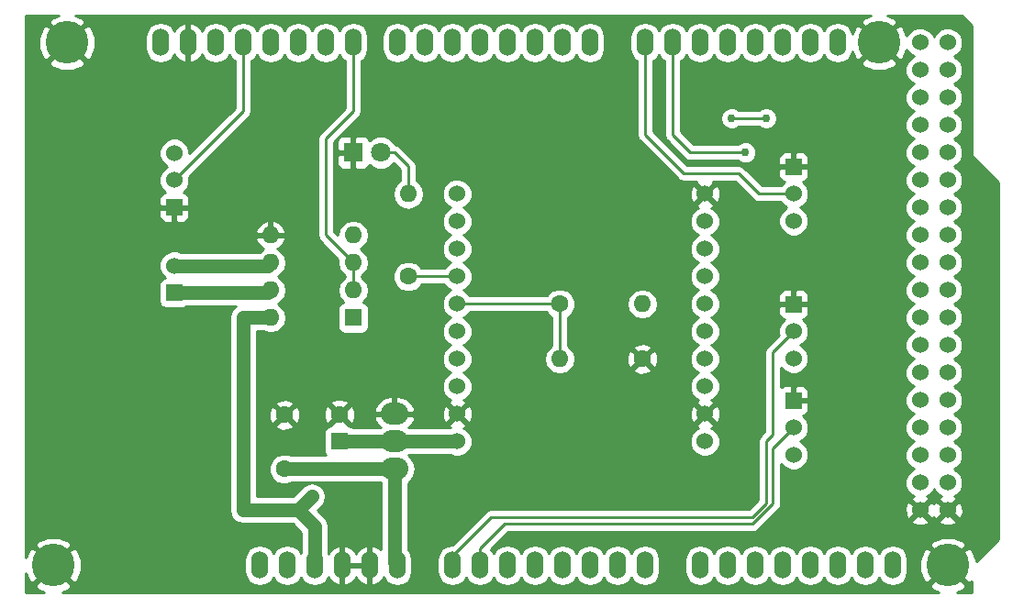
<source format=gtl>
G04 #@! TF.FileFunction,Copper,L1,Top,Signal*
%FSLAX46Y46*%
G04 Gerber Fmt 4.6, Leading zero omitted, Abs format (unit mm)*
G04 Created by KiCad (PCBNEW 4.0.4-stable) date 2018 February 08, Thursday 23:41:36*
%MOMM*%
%LPD*%
G01*
G04 APERTURE LIST*
%ADD10C,0.100000*%
%ADD11O,1.524000X2.540000*%
%ADD12C,3.937000*%
%ADD13C,1.524000*%
%ADD14C,1.600000*%
%ADD15R,1.600000X1.600000*%
%ADD16R,1.800000X1.800000*%
%ADD17C,1.800000*%
%ADD18R,1.524000X1.524000*%
%ADD19O,1.600000X1.600000*%
%ADD20O,2.540000X2.032000*%
%ADD21C,0.762000*%
%ADD22C,1.270000*%
%ADD23C,0.254000*%
G04 APERTURE END LIST*
D10*
D11*
X207264000Y-40640000D03*
X209804000Y-40640000D03*
X212344000Y-40640000D03*
X214884000Y-40640000D03*
X217424000Y-40640000D03*
X219964000Y-40640000D03*
X222504000Y-40640000D03*
X225044000Y-40640000D03*
X230124000Y-88900000D03*
X227584000Y-88900000D03*
X225044000Y-88900000D03*
X222504000Y-88900000D03*
X212344000Y-88900000D03*
X207264000Y-88900000D03*
X204724000Y-88900000D03*
X214884000Y-88900000D03*
X217424000Y-88900000D03*
X219964000Y-88900000D03*
X202184000Y-88900000D03*
X199644000Y-88900000D03*
X197104000Y-88900000D03*
X189484000Y-88900000D03*
X192024000Y-88900000D03*
X194564000Y-88900000D03*
X184404000Y-88900000D03*
X181864000Y-88900000D03*
X179324000Y-88900000D03*
X174244000Y-88900000D03*
X171704000Y-88900000D03*
X202184000Y-40640000D03*
X199644000Y-40640000D03*
X197104000Y-40640000D03*
X194564000Y-40640000D03*
X192024000Y-40640000D03*
X189484000Y-40640000D03*
X186944000Y-40640000D03*
X184404000Y-40640000D03*
X180340000Y-40640000D03*
X177800000Y-40640000D03*
X175260000Y-40640000D03*
X172720000Y-40640000D03*
X170180000Y-40640000D03*
X167640000Y-40640000D03*
X165100000Y-40640000D03*
X162560000Y-40640000D03*
X176784000Y-88900000D03*
D12*
X235204000Y-88900000D03*
X228854000Y-40640000D03*
X153924000Y-40640000D03*
X152654000Y-88900000D03*
D13*
X232664000Y-43180000D03*
X235204000Y-43180000D03*
X232664000Y-45720000D03*
X235204000Y-45720000D03*
X232664000Y-48260000D03*
X235204000Y-48260000D03*
X232664000Y-50800000D03*
X235204000Y-50800000D03*
X232664000Y-40640000D03*
X235204000Y-40640000D03*
X235204000Y-53340000D03*
X232664000Y-53340000D03*
X232664000Y-55880000D03*
X235204000Y-55880000D03*
X232664000Y-58420000D03*
X235204000Y-58420000D03*
X232664000Y-60960000D03*
X235204000Y-60960000D03*
X232664000Y-63500000D03*
X235204000Y-63500000D03*
X232664000Y-66040000D03*
X235204000Y-66040000D03*
X232664000Y-68580000D03*
X235204000Y-68580000D03*
X232664000Y-71120000D03*
X235204000Y-71120000D03*
X232664000Y-73660000D03*
X235204000Y-73660000D03*
X232664000Y-76200000D03*
X235204000Y-76200000D03*
X232664000Y-78740000D03*
X235204000Y-78740000D03*
X232664000Y-81280000D03*
X235204000Y-81280000D03*
X232664000Y-83820000D03*
X235204000Y-83820000D03*
D14*
X173990000Y-80010000D03*
X173990000Y-75010000D03*
D15*
X179070000Y-77470000D03*
D14*
X179070000Y-74970000D03*
D16*
X180340000Y-50800000D03*
D17*
X182880000Y-50800000D03*
D13*
X189930000Y-54610000D03*
X189930000Y-57150000D03*
X189930000Y-59690000D03*
X189930000Y-62230000D03*
X189930000Y-64770000D03*
X189930000Y-67310000D03*
X189930000Y-69850000D03*
X189930000Y-72390000D03*
X189930000Y-74930000D03*
X189930000Y-77470000D03*
X212790000Y-54610000D03*
X212790000Y-57150000D03*
X212790000Y-59690000D03*
X212790000Y-62230000D03*
X212790000Y-64770000D03*
X212790000Y-67310000D03*
X212790000Y-69850000D03*
X212790000Y-72390000D03*
X212790000Y-74930000D03*
X212790000Y-77470000D03*
X220980000Y-67310000D03*
X220980000Y-69810000D03*
D18*
X220980000Y-64810000D03*
D13*
X220980000Y-76200000D03*
X220980000Y-78700000D03*
D18*
X220980000Y-73700000D03*
D13*
X163830000Y-61230000D03*
D18*
X163830000Y-63730000D03*
D13*
X163830000Y-53340000D03*
X163830000Y-50840000D03*
D18*
X163830000Y-55840000D03*
D13*
X220980000Y-54610000D03*
X220980000Y-57110000D03*
D18*
X220980000Y-52110000D03*
D14*
X199390000Y-64770000D03*
D19*
X207010000Y-64770000D03*
D14*
X207010000Y-69850000D03*
D19*
X199390000Y-69850000D03*
D14*
X185420000Y-62230000D03*
D19*
X185420000Y-54610000D03*
D20*
X184150000Y-77470000D03*
X184150000Y-80010000D03*
X184150000Y-74930000D03*
D15*
X180340000Y-66040000D03*
D19*
X172720000Y-58420000D03*
X180340000Y-63500000D03*
X172720000Y-60960000D03*
X180340000Y-60960000D03*
X172720000Y-63500000D03*
X180340000Y-58420000D03*
X172720000Y-66040000D03*
D21*
X215265000Y-47625000D03*
X218440000Y-47625000D03*
X176530000Y-82550000D03*
X216535000Y-50800000D03*
D22*
X173990000Y-80010000D02*
X184150000Y-80010000D01*
X184150000Y-80010000D02*
X184150000Y-88646000D01*
X184150000Y-88646000D02*
X184404000Y-88900000D01*
X179070000Y-77470000D02*
X184150000Y-77470000D01*
X184150000Y-77470000D02*
X189930000Y-77470000D01*
D23*
X185420000Y-52070000D02*
X185420000Y-54610000D01*
X184150000Y-50800000D02*
X185420000Y-52070000D01*
X182880000Y-50800000D02*
X184150000Y-50800000D01*
X218440000Y-47625000D02*
X215265000Y-47625000D01*
X185420000Y-62230000D02*
X189930000Y-62230000D01*
X199390000Y-64770000D02*
X199390000Y-69850000D01*
X189930000Y-64770000D02*
X199390000Y-64770000D01*
X189484000Y-88900000D02*
X189484000Y-88011000D01*
X189484000Y-88011000D02*
X193040000Y-84455000D01*
X193040000Y-84455000D02*
X217170000Y-84455000D01*
X217170000Y-84455000D02*
X218440000Y-83185000D01*
X218440000Y-83185000D02*
X218440000Y-77470000D01*
X218440000Y-77470000D02*
X219075000Y-76835000D01*
X219075000Y-76835000D02*
X219075000Y-69215000D01*
X219075000Y-69215000D02*
X220980000Y-67310000D01*
D22*
X175260000Y-83820000D02*
X176530000Y-82550000D01*
X176784000Y-88900000D02*
X176784000Y-85344000D01*
X176784000Y-85344000D02*
X175260000Y-83820000D01*
X170180000Y-66040000D02*
X172720000Y-66040000D01*
X170180000Y-83820000D02*
X175260000Y-83820000D01*
X170180000Y-66040000D02*
X170180000Y-83820000D01*
D23*
X192024000Y-88900000D02*
X192024000Y-87376000D01*
X192024000Y-87376000D02*
X194310000Y-85090000D01*
X219075000Y-78105000D02*
X220980000Y-76200000D01*
X219075000Y-83185000D02*
X219075000Y-78105000D01*
X217170000Y-85090000D02*
X219075000Y-83185000D01*
X194310000Y-85090000D02*
X217170000Y-85090000D01*
D22*
X163830000Y-61230000D02*
X172450000Y-61230000D01*
X172450000Y-61230000D02*
X172720000Y-60960000D01*
X163830000Y-63730000D02*
X172490000Y-63730000D01*
X172490000Y-63730000D02*
X172720000Y-63500000D01*
D23*
X170180000Y-40640000D02*
X170180000Y-46990000D01*
X170180000Y-46990000D02*
X163830000Y-53340000D01*
X207264000Y-40640000D02*
X207264000Y-49149000D01*
X207264000Y-49149000D02*
X210820000Y-52705000D01*
X217805000Y-54610000D02*
X220980000Y-54610000D01*
X215900000Y-52705000D02*
X217805000Y-54610000D01*
X210820000Y-52705000D02*
X215900000Y-52705000D01*
X209804000Y-40640000D02*
X209804000Y-49149000D01*
X211455000Y-50800000D02*
X216535000Y-50800000D01*
X209804000Y-49149000D02*
X211455000Y-50800000D01*
X180340000Y-46990000D02*
X177800000Y-49530000D01*
X180340000Y-40640000D02*
X180340000Y-46990000D01*
X177800000Y-52070000D02*
X177800000Y-58420000D01*
X177800000Y-49530000D02*
X177800000Y-52070000D01*
X177800000Y-58420000D02*
X180340000Y-60960000D01*
X180340000Y-60960000D02*
X180340000Y-63500000D01*
G36*
X152468252Y-38420270D02*
X152251323Y-38787718D01*
X153924000Y-40460395D01*
X155596677Y-38787718D01*
X155379748Y-38420270D01*
X154654160Y-38127000D01*
X228106270Y-38127000D01*
X227398252Y-38420270D01*
X227181323Y-38787718D01*
X228854000Y-40460395D01*
X230526677Y-38787718D01*
X230309748Y-38420270D01*
X229584160Y-38127000D01*
X236447394Y-38127000D01*
X237373000Y-39052606D01*
X237373000Y-51000000D01*
X237383006Y-51049410D01*
X237410197Y-51089803D01*
X239873000Y-53552606D01*
X239873000Y-86447394D01*
X237804298Y-88516096D01*
X237802955Y-88359784D01*
X237423730Y-87444252D01*
X237056282Y-87227323D01*
X235383605Y-88900000D01*
X237056282Y-90572677D01*
X237373000Y-90385697D01*
X237373000Y-91373000D01*
X236048299Y-91373000D01*
X236659748Y-91119730D01*
X236876677Y-90752282D01*
X235204000Y-89079605D01*
X233531323Y-90752282D01*
X233748252Y-91119730D01*
X234374874Y-91373000D01*
X153498299Y-91373000D01*
X154109748Y-91119730D01*
X154326677Y-90752282D01*
X152654000Y-89079605D01*
X150981323Y-90752282D01*
X151198252Y-91119730D01*
X151824874Y-91373000D01*
X150127000Y-91373000D01*
X150127000Y-89613931D01*
X150434270Y-90355748D01*
X150801718Y-90572677D01*
X152474395Y-88900000D01*
X152833605Y-88900000D01*
X154506282Y-90572677D01*
X154873730Y-90355748D01*
X155261853Y-89395482D01*
X155252955Y-88359784D01*
X154873730Y-87444252D01*
X154506282Y-87227323D01*
X152833605Y-88900000D01*
X152474395Y-88900000D01*
X150801718Y-87227323D01*
X150434270Y-87444252D01*
X150127000Y-88204477D01*
X150127000Y-87047718D01*
X150981323Y-87047718D01*
X152654000Y-88720395D01*
X154326677Y-87047718D01*
X154109748Y-86680270D01*
X153149482Y-86292147D01*
X152113784Y-86301045D01*
X151198252Y-86680270D01*
X150981323Y-87047718D01*
X150127000Y-87047718D01*
X150127000Y-62968000D01*
X162420560Y-62968000D01*
X162420560Y-64492000D01*
X162464838Y-64727317D01*
X162603910Y-64943441D01*
X162816110Y-65088431D01*
X163068000Y-65139440D01*
X164592000Y-65139440D01*
X164827317Y-65095162D01*
X164975203Y-65000000D01*
X169494454Y-65000000D01*
X169281974Y-65141974D01*
X169006673Y-65553992D01*
X168910000Y-66040000D01*
X168910000Y-83820000D01*
X169006673Y-84306008D01*
X169281974Y-84718026D01*
X169693992Y-84993327D01*
X170180000Y-85090000D01*
X174733948Y-85090000D01*
X175514000Y-85870051D01*
X175514000Y-87789150D01*
X175231828Y-87366851D01*
X174778609Y-87064019D01*
X174244000Y-86957679D01*
X173709391Y-87064019D01*
X173256172Y-87366851D01*
X172974000Y-87789150D01*
X172691828Y-87366851D01*
X172238609Y-87064019D01*
X171704000Y-86957679D01*
X171169391Y-87064019D01*
X170716172Y-87366851D01*
X170413340Y-87820070D01*
X170307000Y-88354679D01*
X170307000Y-89445321D01*
X170413340Y-89979930D01*
X170716172Y-90433149D01*
X171169391Y-90735981D01*
X171704000Y-90842321D01*
X172238609Y-90735981D01*
X172691828Y-90433149D01*
X172974000Y-90010850D01*
X173256172Y-90433149D01*
X173709391Y-90735981D01*
X174244000Y-90842321D01*
X174778609Y-90735981D01*
X175231828Y-90433149D01*
X175514000Y-90010850D01*
X175796172Y-90433149D01*
X176249391Y-90735981D01*
X176784000Y-90842321D01*
X177318609Y-90735981D01*
X177771828Y-90433149D01*
X178063330Y-89996887D01*
X178081941Y-90059941D01*
X178425974Y-90485630D01*
X178906723Y-90747260D01*
X178980930Y-90762220D01*
X179197000Y-90639720D01*
X179197000Y-89027000D01*
X179451000Y-89027000D01*
X179451000Y-90639720D01*
X179667070Y-90762220D01*
X179741277Y-90747260D01*
X180222026Y-90485630D01*
X180566059Y-90059941D01*
X180594000Y-89965277D01*
X180621941Y-90059941D01*
X180965974Y-90485630D01*
X181446723Y-90747260D01*
X181520930Y-90762220D01*
X181737000Y-90639720D01*
X181737000Y-89027000D01*
X179451000Y-89027000D01*
X179197000Y-89027000D01*
X179177000Y-89027000D01*
X179177000Y-88773000D01*
X179197000Y-88773000D01*
X179197000Y-87160280D01*
X179451000Y-87160280D01*
X179451000Y-88773000D01*
X181737000Y-88773000D01*
X181737000Y-87160280D01*
X181520930Y-87037780D01*
X181446723Y-87052740D01*
X180965974Y-87314370D01*
X180621941Y-87740059D01*
X180594000Y-87834723D01*
X180566059Y-87740059D01*
X180222026Y-87314370D01*
X179741277Y-87052740D01*
X179667070Y-87037780D01*
X179451000Y-87160280D01*
X179197000Y-87160280D01*
X178980930Y-87037780D01*
X178906723Y-87052740D01*
X178425974Y-87314370D01*
X178081941Y-87740059D01*
X178063330Y-87803113D01*
X178054000Y-87789150D01*
X178054000Y-85344000D01*
X177957327Y-84857992D01*
X177682026Y-84445974D01*
X177682023Y-84445972D01*
X177056051Y-83820000D01*
X177428025Y-83448026D01*
X177703327Y-83036008D01*
X177800000Y-82550000D01*
X177703327Y-82063992D01*
X177428025Y-81651975D01*
X177016008Y-81376673D01*
X176530000Y-81280000D01*
X176043992Y-81376673D01*
X175631974Y-81651975D01*
X174733948Y-82550000D01*
X171450000Y-82550000D01*
X171450000Y-80294187D01*
X172554752Y-80294187D01*
X172772757Y-80821800D01*
X173176077Y-81225824D01*
X173703309Y-81444750D01*
X174274187Y-81445248D01*
X174674118Y-81280000D01*
X176530000Y-81280000D01*
X182844748Y-81280000D01*
X182880000Y-81303554D01*
X182880000Y-87460345D01*
X182762026Y-87314370D01*
X182281277Y-87052740D01*
X182207070Y-87037780D01*
X181991000Y-87160280D01*
X181991000Y-88773000D01*
X182011000Y-88773000D01*
X182011000Y-89027000D01*
X181991000Y-89027000D01*
X181991000Y-90639720D01*
X182207070Y-90762220D01*
X182281277Y-90747260D01*
X182762026Y-90485630D01*
X183106059Y-90059941D01*
X183124670Y-89996887D01*
X183416172Y-90433149D01*
X183869391Y-90735981D01*
X184404000Y-90842321D01*
X184938609Y-90735981D01*
X185391828Y-90433149D01*
X185694660Y-89979930D01*
X185801000Y-89445321D01*
X185801000Y-88354679D01*
X188087000Y-88354679D01*
X188087000Y-89445321D01*
X188193340Y-89979930D01*
X188496172Y-90433149D01*
X188949391Y-90735981D01*
X189484000Y-90842321D01*
X190018609Y-90735981D01*
X190471828Y-90433149D01*
X190754000Y-90010850D01*
X191036172Y-90433149D01*
X191489391Y-90735981D01*
X192024000Y-90842321D01*
X192558609Y-90735981D01*
X193011828Y-90433149D01*
X193294000Y-90010850D01*
X193576172Y-90433149D01*
X194029391Y-90735981D01*
X194564000Y-90842321D01*
X195098609Y-90735981D01*
X195551828Y-90433149D01*
X195834000Y-90010850D01*
X196116172Y-90433149D01*
X196569391Y-90735981D01*
X197104000Y-90842321D01*
X197638609Y-90735981D01*
X198091828Y-90433149D01*
X198374000Y-90010850D01*
X198656172Y-90433149D01*
X199109391Y-90735981D01*
X199644000Y-90842321D01*
X200178609Y-90735981D01*
X200631828Y-90433149D01*
X200914000Y-90010850D01*
X201196172Y-90433149D01*
X201649391Y-90735981D01*
X202184000Y-90842321D01*
X202718609Y-90735981D01*
X203171828Y-90433149D01*
X203454000Y-90010850D01*
X203736172Y-90433149D01*
X204189391Y-90735981D01*
X204724000Y-90842321D01*
X205258609Y-90735981D01*
X205711828Y-90433149D01*
X205994000Y-90010850D01*
X206276172Y-90433149D01*
X206729391Y-90735981D01*
X207264000Y-90842321D01*
X207798609Y-90735981D01*
X208251828Y-90433149D01*
X208554660Y-89979930D01*
X208661000Y-89445321D01*
X208661000Y-88354679D01*
X210947000Y-88354679D01*
X210947000Y-89445321D01*
X211053340Y-89979930D01*
X211356172Y-90433149D01*
X211809391Y-90735981D01*
X212344000Y-90842321D01*
X212878609Y-90735981D01*
X213331828Y-90433149D01*
X213614000Y-90010850D01*
X213896172Y-90433149D01*
X214349391Y-90735981D01*
X214884000Y-90842321D01*
X215418609Y-90735981D01*
X215871828Y-90433149D01*
X216154000Y-90010850D01*
X216436172Y-90433149D01*
X216889391Y-90735981D01*
X217424000Y-90842321D01*
X217958609Y-90735981D01*
X218411828Y-90433149D01*
X218694000Y-90010850D01*
X218976172Y-90433149D01*
X219429391Y-90735981D01*
X219964000Y-90842321D01*
X220498609Y-90735981D01*
X220951828Y-90433149D01*
X221234000Y-90010850D01*
X221516172Y-90433149D01*
X221969391Y-90735981D01*
X222504000Y-90842321D01*
X223038609Y-90735981D01*
X223491828Y-90433149D01*
X223774000Y-90010850D01*
X224056172Y-90433149D01*
X224509391Y-90735981D01*
X225044000Y-90842321D01*
X225578609Y-90735981D01*
X226031828Y-90433149D01*
X226314000Y-90010850D01*
X226596172Y-90433149D01*
X227049391Y-90735981D01*
X227584000Y-90842321D01*
X228118609Y-90735981D01*
X228571828Y-90433149D01*
X228854000Y-90010850D01*
X229136172Y-90433149D01*
X229589391Y-90735981D01*
X230124000Y-90842321D01*
X230658609Y-90735981D01*
X231111828Y-90433149D01*
X231414660Y-89979930D01*
X231521000Y-89445321D01*
X231521000Y-88404518D01*
X232596147Y-88404518D01*
X232605045Y-89440216D01*
X232984270Y-90355748D01*
X233351718Y-90572677D01*
X235024395Y-88900000D01*
X233351718Y-87227323D01*
X232984270Y-87444252D01*
X232596147Y-88404518D01*
X231521000Y-88404518D01*
X231521000Y-88354679D01*
X231414660Y-87820070D01*
X231111828Y-87366851D01*
X230658609Y-87064019D01*
X230576659Y-87047718D01*
X233531323Y-87047718D01*
X235204000Y-88720395D01*
X236876677Y-87047718D01*
X236659748Y-86680270D01*
X235699482Y-86292147D01*
X234663784Y-86301045D01*
X233748252Y-86680270D01*
X233531323Y-87047718D01*
X230576659Y-87047718D01*
X230124000Y-86957679D01*
X229589391Y-87064019D01*
X229136172Y-87366851D01*
X228854000Y-87789150D01*
X228571828Y-87366851D01*
X228118609Y-87064019D01*
X227584000Y-86957679D01*
X227049391Y-87064019D01*
X226596172Y-87366851D01*
X226314000Y-87789150D01*
X226031828Y-87366851D01*
X225578609Y-87064019D01*
X225044000Y-86957679D01*
X224509391Y-87064019D01*
X224056172Y-87366851D01*
X223774000Y-87789150D01*
X223491828Y-87366851D01*
X223038609Y-87064019D01*
X222504000Y-86957679D01*
X221969391Y-87064019D01*
X221516172Y-87366851D01*
X221234000Y-87789150D01*
X220951828Y-87366851D01*
X220498609Y-87064019D01*
X219964000Y-86957679D01*
X219429391Y-87064019D01*
X218976172Y-87366851D01*
X218694000Y-87789150D01*
X218411828Y-87366851D01*
X217958609Y-87064019D01*
X217424000Y-86957679D01*
X216889391Y-87064019D01*
X216436172Y-87366851D01*
X216154000Y-87789150D01*
X215871828Y-87366851D01*
X215418609Y-87064019D01*
X214884000Y-86957679D01*
X214349391Y-87064019D01*
X213896172Y-87366851D01*
X213614000Y-87789150D01*
X213331828Y-87366851D01*
X212878609Y-87064019D01*
X212344000Y-86957679D01*
X211809391Y-87064019D01*
X211356172Y-87366851D01*
X211053340Y-87820070D01*
X210947000Y-88354679D01*
X208661000Y-88354679D01*
X208554660Y-87820070D01*
X208251828Y-87366851D01*
X207798609Y-87064019D01*
X207264000Y-86957679D01*
X206729391Y-87064019D01*
X206276172Y-87366851D01*
X205994000Y-87789150D01*
X205711828Y-87366851D01*
X205258609Y-87064019D01*
X204724000Y-86957679D01*
X204189391Y-87064019D01*
X203736172Y-87366851D01*
X203454000Y-87789150D01*
X203171828Y-87366851D01*
X202718609Y-87064019D01*
X202184000Y-86957679D01*
X201649391Y-87064019D01*
X201196172Y-87366851D01*
X200914000Y-87789150D01*
X200631828Y-87366851D01*
X200178609Y-87064019D01*
X199644000Y-86957679D01*
X199109391Y-87064019D01*
X198656172Y-87366851D01*
X198374000Y-87789150D01*
X198091828Y-87366851D01*
X197638609Y-87064019D01*
X197104000Y-86957679D01*
X196569391Y-87064019D01*
X196116172Y-87366851D01*
X195834000Y-87789150D01*
X195551828Y-87366851D01*
X195098609Y-87064019D01*
X194564000Y-86957679D01*
X194029391Y-87064019D01*
X193576172Y-87366851D01*
X193294000Y-87789150D01*
X193051462Y-87426168D01*
X194625631Y-85852000D01*
X217170000Y-85852000D01*
X217461605Y-85793996D01*
X217708815Y-85628815D01*
X218537417Y-84800213D01*
X231863392Y-84800213D01*
X231932857Y-85042397D01*
X232456302Y-85229144D01*
X233011368Y-85201362D01*
X233395143Y-85042397D01*
X233464608Y-84800213D01*
X234403392Y-84800213D01*
X234472857Y-85042397D01*
X234996302Y-85229144D01*
X235551368Y-85201362D01*
X235935143Y-85042397D01*
X236004608Y-84800213D01*
X235204000Y-83999605D01*
X234403392Y-84800213D01*
X233464608Y-84800213D01*
X232664000Y-83999605D01*
X231863392Y-84800213D01*
X218537417Y-84800213D01*
X219613815Y-83723815D01*
X219634405Y-83693000D01*
X219688325Y-83612302D01*
X231254856Y-83612302D01*
X231282638Y-84167368D01*
X231441603Y-84551143D01*
X231683787Y-84620608D01*
X232484395Y-83820000D01*
X232843605Y-83820000D01*
X233644213Y-84620608D01*
X233886397Y-84551143D01*
X233930453Y-84427656D01*
X233981603Y-84551143D01*
X234223787Y-84620608D01*
X235024395Y-83820000D01*
X235383605Y-83820000D01*
X236184213Y-84620608D01*
X236426397Y-84551143D01*
X236613144Y-84027698D01*
X236585362Y-83472632D01*
X236426397Y-83088857D01*
X236184213Y-83019392D01*
X235383605Y-83820000D01*
X235024395Y-83820000D01*
X234223787Y-83019392D01*
X233981603Y-83088857D01*
X233937547Y-83212344D01*
X233886397Y-83088857D01*
X233644213Y-83019392D01*
X232843605Y-83820000D01*
X232484395Y-83820000D01*
X231683787Y-83019392D01*
X231441603Y-83088857D01*
X231254856Y-83612302D01*
X219688325Y-83612302D01*
X219778996Y-83476605D01*
X219837000Y-83185000D01*
X219837000Y-79532386D01*
X220187630Y-79883629D01*
X220700900Y-80096757D01*
X221256661Y-80097242D01*
X221770303Y-79885010D01*
X222163629Y-79492370D01*
X222376757Y-78979100D01*
X222377242Y-78423339D01*
X222165010Y-77909697D01*
X221772370Y-77516371D01*
X221612772Y-77450100D01*
X221770303Y-77385010D01*
X222163629Y-76992370D01*
X222376757Y-76479100D01*
X222377242Y-75923339D01*
X222165010Y-75409697D01*
X221852858Y-75097000D01*
X221868310Y-75097000D01*
X222101699Y-75000327D01*
X222280327Y-74821698D01*
X222377000Y-74588309D01*
X222377000Y-73985750D01*
X222218250Y-73827000D01*
X221107000Y-73827000D01*
X221107000Y-73847000D01*
X220853000Y-73847000D01*
X220853000Y-73827000D01*
X220833000Y-73827000D01*
X220833000Y-73573000D01*
X220853000Y-73573000D01*
X220853000Y-72461750D01*
X221107000Y-72461750D01*
X221107000Y-73573000D01*
X222218250Y-73573000D01*
X222377000Y-73414250D01*
X222377000Y-72811691D01*
X222280327Y-72578302D01*
X222101699Y-72399673D01*
X221868310Y-72303000D01*
X221265750Y-72303000D01*
X221107000Y-72461750D01*
X220853000Y-72461750D01*
X220694250Y-72303000D01*
X220091690Y-72303000D01*
X219858301Y-72399673D01*
X219837000Y-72420974D01*
X219837000Y-70642386D01*
X220187630Y-70993629D01*
X220700900Y-71206757D01*
X221256661Y-71207242D01*
X221770303Y-70995010D01*
X222163629Y-70602370D01*
X222376757Y-70089100D01*
X222377242Y-69533339D01*
X222165010Y-69019697D01*
X221772370Y-68626371D01*
X221612772Y-68560100D01*
X221770303Y-68495010D01*
X222163629Y-68102370D01*
X222376757Y-67589100D01*
X222377242Y-67033339D01*
X222165010Y-66519697D01*
X221852858Y-66207000D01*
X221868310Y-66207000D01*
X222101699Y-66110327D01*
X222280327Y-65931698D01*
X222377000Y-65698309D01*
X222377000Y-65095750D01*
X222218250Y-64937000D01*
X221107000Y-64937000D01*
X221107000Y-64957000D01*
X220853000Y-64957000D01*
X220853000Y-64937000D01*
X219741750Y-64937000D01*
X219583000Y-65095750D01*
X219583000Y-65698309D01*
X219679673Y-65931698D01*
X219858301Y-66110327D01*
X220091690Y-66207000D01*
X220107544Y-66207000D01*
X219796371Y-66517630D01*
X219583243Y-67030900D01*
X219582758Y-67586661D01*
X219595316Y-67617054D01*
X218536185Y-68676185D01*
X218371004Y-68923395D01*
X218313000Y-69215000D01*
X218313000Y-76519369D01*
X217901185Y-76931185D01*
X217736004Y-77178395D01*
X217678000Y-77470000D01*
X217678000Y-82869369D01*
X216854370Y-83693000D01*
X193040000Y-83693000D01*
X192748395Y-83751004D01*
X192501184Y-83916185D01*
X189453655Y-86963715D01*
X188949391Y-87064019D01*
X188496172Y-87366851D01*
X188193340Y-87820070D01*
X188087000Y-88354679D01*
X185801000Y-88354679D01*
X185694660Y-87820070D01*
X185420000Y-87409013D01*
X185420000Y-81303554D01*
X185608754Y-81177433D01*
X185966646Y-80641810D01*
X186092321Y-80010000D01*
X185966646Y-79378190D01*
X185608754Y-78842567D01*
X185455252Y-78740000D01*
X189345635Y-78740000D01*
X189650900Y-78866757D01*
X190206661Y-78867242D01*
X190720303Y-78655010D01*
X191113629Y-78262370D01*
X191326757Y-77749100D01*
X191326759Y-77746661D01*
X211392758Y-77746661D01*
X211604990Y-78260303D01*
X211997630Y-78653629D01*
X212510900Y-78866757D01*
X213066661Y-78867242D01*
X213580303Y-78655010D01*
X213973629Y-78262370D01*
X214186757Y-77749100D01*
X214187242Y-77193339D01*
X213975010Y-76679697D01*
X213582370Y-76286371D01*
X213390273Y-76206605D01*
X213521143Y-76152397D01*
X213590608Y-75910213D01*
X212790000Y-75109605D01*
X211989392Y-75910213D01*
X212058857Y-76152397D01*
X212199318Y-76202509D01*
X211999697Y-76284990D01*
X211606371Y-76677630D01*
X211393243Y-77190900D01*
X211392758Y-77746661D01*
X191326759Y-77746661D01*
X191327242Y-77193339D01*
X191115010Y-76679697D01*
X190722370Y-76286371D01*
X190530273Y-76206605D01*
X190661143Y-76152397D01*
X190730608Y-75910213D01*
X189930000Y-75109605D01*
X189129392Y-75910213D01*
X189198857Y-76152397D01*
X189332286Y-76200000D01*
X185455252Y-76200000D01*
X185434219Y-76185946D01*
X185661236Y-76007630D01*
X185977926Y-75444477D01*
X186009975Y-75312944D01*
X185890836Y-75057000D01*
X184277000Y-75057000D01*
X184277000Y-75077000D01*
X184023000Y-75077000D01*
X184023000Y-75057000D01*
X182409164Y-75057000D01*
X182290025Y-75312944D01*
X182322074Y-75444477D01*
X182638764Y-76007630D01*
X182865781Y-76185946D01*
X182844748Y-76200000D01*
X180306928Y-76200000D01*
X180121890Y-76073569D01*
X179883799Y-76025354D01*
X179898139Y-75977745D01*
X179070000Y-75149605D01*
X178241861Y-75977745D01*
X178256145Y-76025167D01*
X178034683Y-76066838D01*
X177818559Y-76205910D01*
X177673569Y-76418110D01*
X177622560Y-76670000D01*
X177622560Y-78270000D01*
X177666838Y-78505317D01*
X177805910Y-78721441D01*
X177833072Y-78740000D01*
X174673453Y-78740000D01*
X174276691Y-78575250D01*
X173705813Y-78574752D01*
X173178200Y-78792757D01*
X172774176Y-79196077D01*
X172555250Y-79723309D01*
X172554752Y-80294187D01*
X171450000Y-80294187D01*
X171450000Y-76017745D01*
X173161861Y-76017745D01*
X173235995Y-76263864D01*
X173773223Y-76456965D01*
X174343454Y-76429778D01*
X174744005Y-76263864D01*
X174818139Y-76017745D01*
X173990000Y-75189605D01*
X173161861Y-76017745D01*
X171450000Y-76017745D01*
X171450000Y-74793223D01*
X172543035Y-74793223D01*
X172570222Y-75363454D01*
X172736136Y-75764005D01*
X172982255Y-75838139D01*
X173810395Y-75010000D01*
X174169605Y-75010000D01*
X174997745Y-75838139D01*
X175243864Y-75764005D01*
X175436965Y-75226777D01*
X175414388Y-74753223D01*
X177623035Y-74753223D01*
X177650222Y-75323454D01*
X177816136Y-75724005D01*
X178062255Y-75798139D01*
X178890395Y-74970000D01*
X179249605Y-74970000D01*
X180077745Y-75798139D01*
X180323864Y-75724005D01*
X180516965Y-75186777D01*
X180489778Y-74616546D01*
X180460995Y-74547056D01*
X182290025Y-74547056D01*
X182409164Y-74803000D01*
X184023000Y-74803000D01*
X184023000Y-73279000D01*
X184277000Y-73279000D01*
X184277000Y-74803000D01*
X185890836Y-74803000D01*
X185928399Y-74722302D01*
X188520856Y-74722302D01*
X188548638Y-75277368D01*
X188707603Y-75661143D01*
X188949787Y-75730608D01*
X189750395Y-74930000D01*
X190109605Y-74930000D01*
X190910213Y-75730608D01*
X191152397Y-75661143D01*
X191339144Y-75137698D01*
X191318353Y-74722302D01*
X211380856Y-74722302D01*
X211408638Y-75277368D01*
X211567603Y-75661143D01*
X211809787Y-75730608D01*
X212610395Y-74930000D01*
X212969605Y-74930000D01*
X213770213Y-75730608D01*
X214012397Y-75661143D01*
X214199144Y-75137698D01*
X214171362Y-74582632D01*
X214012397Y-74198857D01*
X213770213Y-74129392D01*
X212969605Y-74930000D01*
X212610395Y-74930000D01*
X211809787Y-74129392D01*
X211567603Y-74198857D01*
X211380856Y-74722302D01*
X191318353Y-74722302D01*
X191311362Y-74582632D01*
X191152397Y-74198857D01*
X190910213Y-74129392D01*
X190109605Y-74930000D01*
X189750395Y-74930000D01*
X188949787Y-74129392D01*
X188707603Y-74198857D01*
X188520856Y-74722302D01*
X185928399Y-74722302D01*
X186009975Y-74547056D01*
X185977926Y-74415523D01*
X185661236Y-73852370D01*
X185153143Y-73453276D01*
X184531000Y-73279000D01*
X184277000Y-73279000D01*
X184023000Y-73279000D01*
X183769000Y-73279000D01*
X183146857Y-73453276D01*
X182638764Y-73852370D01*
X182322074Y-74415523D01*
X182290025Y-74547056D01*
X180460995Y-74547056D01*
X180323864Y-74215995D01*
X180077745Y-74141861D01*
X179249605Y-74970000D01*
X178890395Y-74970000D01*
X178062255Y-74141861D01*
X177816136Y-74215995D01*
X177623035Y-74753223D01*
X175414388Y-74753223D01*
X175409778Y-74656546D01*
X175243864Y-74255995D01*
X174997745Y-74181861D01*
X174169605Y-75010000D01*
X173810395Y-75010000D01*
X172982255Y-74181861D01*
X172736136Y-74255995D01*
X172543035Y-74793223D01*
X171450000Y-74793223D01*
X171450000Y-74002255D01*
X173161861Y-74002255D01*
X173990000Y-74830395D01*
X174818139Y-74002255D01*
X174806091Y-73962255D01*
X178241861Y-73962255D01*
X179070000Y-74790395D01*
X179898139Y-73962255D01*
X179824005Y-73716136D01*
X179286777Y-73523035D01*
X178716546Y-73550222D01*
X178315995Y-73716136D01*
X178241861Y-73962255D01*
X174806091Y-73962255D01*
X174744005Y-73756136D01*
X174206777Y-73563035D01*
X173636546Y-73590222D01*
X173235995Y-73756136D01*
X173161861Y-74002255D01*
X171450000Y-74002255D01*
X171450000Y-67310000D01*
X172059275Y-67310000D01*
X172142736Y-67365767D01*
X172691887Y-67475000D01*
X172748113Y-67475000D01*
X173297264Y-67365767D01*
X173762811Y-67054698D01*
X174073880Y-66589151D01*
X174183113Y-66040000D01*
X174073880Y-65490849D01*
X173762811Y-65025302D01*
X173380725Y-64770000D01*
X173762811Y-64514698D01*
X174073880Y-64049151D01*
X174183113Y-63500000D01*
X174073880Y-62950849D01*
X173762811Y-62485302D01*
X173380725Y-62230000D01*
X173762811Y-61974698D01*
X174073880Y-61509151D01*
X174183113Y-60960000D01*
X174073880Y-60410849D01*
X173762811Y-59945302D01*
X173358297Y-59675014D01*
X173575134Y-59572389D01*
X173951041Y-59157423D01*
X174111904Y-58769039D01*
X173989915Y-58547000D01*
X172847000Y-58547000D01*
X172847000Y-58567000D01*
X172593000Y-58567000D01*
X172593000Y-58547000D01*
X171450085Y-58547000D01*
X171328096Y-58769039D01*
X171488959Y-59157423D01*
X171864866Y-59572389D01*
X172081703Y-59675014D01*
X171677189Y-59945302D01*
X171667368Y-59960000D01*
X164414365Y-59960000D01*
X164109100Y-59833243D01*
X163553339Y-59832758D01*
X163039697Y-60044990D01*
X162646371Y-60437630D01*
X162433243Y-60950900D01*
X162432758Y-61506661D01*
X162644990Y-62020303D01*
X162964217Y-62340088D01*
X162832683Y-62364838D01*
X162616559Y-62503910D01*
X162471569Y-62716110D01*
X162420560Y-62968000D01*
X150127000Y-62968000D01*
X150127000Y-58070961D01*
X171328096Y-58070961D01*
X171450085Y-58293000D01*
X172593000Y-58293000D01*
X172593000Y-57149371D01*
X172847000Y-57149371D01*
X172847000Y-58293000D01*
X173989915Y-58293000D01*
X174111904Y-58070961D01*
X173951041Y-57682577D01*
X173575134Y-57267611D01*
X173069041Y-57028086D01*
X172847000Y-57149371D01*
X172593000Y-57149371D01*
X172370959Y-57028086D01*
X171864866Y-57267611D01*
X171488959Y-57682577D01*
X171328096Y-58070961D01*
X150127000Y-58070961D01*
X150127000Y-56125750D01*
X162433000Y-56125750D01*
X162433000Y-56728309D01*
X162529673Y-56961698D01*
X162708301Y-57140327D01*
X162941690Y-57237000D01*
X163544250Y-57237000D01*
X163703000Y-57078250D01*
X163703000Y-55967000D01*
X163957000Y-55967000D01*
X163957000Y-57078250D01*
X164115750Y-57237000D01*
X164718310Y-57237000D01*
X164951699Y-57140327D01*
X165130327Y-56961698D01*
X165227000Y-56728309D01*
X165227000Y-56125750D01*
X165068250Y-55967000D01*
X163957000Y-55967000D01*
X163703000Y-55967000D01*
X162591750Y-55967000D01*
X162433000Y-56125750D01*
X150127000Y-56125750D01*
X150127000Y-51116661D01*
X162432758Y-51116661D01*
X162644990Y-51630303D01*
X163037630Y-52023629D01*
X163197228Y-52089900D01*
X163039697Y-52154990D01*
X162646371Y-52547630D01*
X162433243Y-53060900D01*
X162432758Y-53616661D01*
X162644990Y-54130303D01*
X162957142Y-54443000D01*
X162941690Y-54443000D01*
X162708301Y-54539673D01*
X162529673Y-54718302D01*
X162433000Y-54951691D01*
X162433000Y-55554250D01*
X162591750Y-55713000D01*
X163703000Y-55713000D01*
X163703000Y-55693000D01*
X163957000Y-55693000D01*
X163957000Y-55713000D01*
X165068250Y-55713000D01*
X165227000Y-55554250D01*
X165227000Y-54951691D01*
X165130327Y-54718302D01*
X164951699Y-54539673D01*
X164718310Y-54443000D01*
X164702456Y-54443000D01*
X165013629Y-54132370D01*
X165226757Y-53619100D01*
X165227242Y-53063339D01*
X165214684Y-53032946D01*
X170718815Y-47528815D01*
X170883996Y-47281605D01*
X170942000Y-46990000D01*
X170942000Y-42324043D01*
X171167828Y-42173149D01*
X171450000Y-41750850D01*
X171732172Y-42173149D01*
X172185391Y-42475981D01*
X172720000Y-42582321D01*
X173254609Y-42475981D01*
X173707828Y-42173149D01*
X173990000Y-41750850D01*
X174272172Y-42173149D01*
X174725391Y-42475981D01*
X175260000Y-42582321D01*
X175794609Y-42475981D01*
X176247828Y-42173149D01*
X176530000Y-41750850D01*
X176812172Y-42173149D01*
X177265391Y-42475981D01*
X177800000Y-42582321D01*
X178334609Y-42475981D01*
X178787828Y-42173149D01*
X179070000Y-41750850D01*
X179352172Y-42173149D01*
X179578000Y-42324043D01*
X179578000Y-46674369D01*
X177261185Y-48991185D01*
X177096004Y-49238395D01*
X177038000Y-49530000D01*
X177038000Y-58420000D01*
X177096004Y-58711605D01*
X177261185Y-58958815D01*
X178940843Y-60638473D01*
X178876887Y-60960000D01*
X178986120Y-61509151D01*
X179297189Y-61974698D01*
X179578000Y-62162330D01*
X179578000Y-62297670D01*
X179297189Y-62485302D01*
X178986120Y-62950849D01*
X178876887Y-63500000D01*
X178986120Y-64049151D01*
X179297189Y-64514698D01*
X179441465Y-64611101D01*
X179304683Y-64636838D01*
X179088559Y-64775910D01*
X178943569Y-64988110D01*
X178892560Y-65240000D01*
X178892560Y-66840000D01*
X178936838Y-67075317D01*
X179075910Y-67291441D01*
X179288110Y-67436431D01*
X179540000Y-67487440D01*
X181140000Y-67487440D01*
X181375317Y-67443162D01*
X181591441Y-67304090D01*
X181736431Y-67091890D01*
X181787440Y-66840000D01*
X181787440Y-65240000D01*
X181743162Y-65004683D01*
X181604090Y-64788559D01*
X181391890Y-64643569D01*
X181236911Y-64612185D01*
X181382811Y-64514698D01*
X181693880Y-64049151D01*
X181803113Y-63500000D01*
X181693880Y-62950849D01*
X181402112Y-62514187D01*
X183984752Y-62514187D01*
X184202757Y-63041800D01*
X184606077Y-63445824D01*
X185133309Y-63664750D01*
X185704187Y-63665248D01*
X186231800Y-63447243D01*
X186635824Y-63043923D01*
X186657384Y-62992000D01*
X188733295Y-62992000D01*
X188744990Y-63020303D01*
X189137630Y-63413629D01*
X189345512Y-63499949D01*
X189139697Y-63584990D01*
X188746371Y-63977630D01*
X188533243Y-64490900D01*
X188532758Y-65046661D01*
X188744990Y-65560303D01*
X189137630Y-65953629D01*
X189345512Y-66039949D01*
X189139697Y-66124990D01*
X188746371Y-66517630D01*
X188533243Y-67030900D01*
X188532758Y-67586661D01*
X188744990Y-68100303D01*
X189137630Y-68493629D01*
X189345512Y-68579949D01*
X189139697Y-68664990D01*
X188746371Y-69057630D01*
X188533243Y-69570900D01*
X188532758Y-70126661D01*
X188744990Y-70640303D01*
X189137630Y-71033629D01*
X189345512Y-71119949D01*
X189139697Y-71204990D01*
X188746371Y-71597630D01*
X188533243Y-72110900D01*
X188532758Y-72666661D01*
X188744990Y-73180303D01*
X189137630Y-73573629D01*
X189329727Y-73653395D01*
X189198857Y-73707603D01*
X189129392Y-73949787D01*
X189930000Y-74750395D01*
X190730608Y-73949787D01*
X190661143Y-73707603D01*
X190520682Y-73657491D01*
X190720303Y-73575010D01*
X191113629Y-73182370D01*
X191326757Y-72669100D01*
X191327242Y-72113339D01*
X191115010Y-71599697D01*
X190722370Y-71206371D01*
X190514488Y-71120051D01*
X190720303Y-71035010D01*
X191113629Y-70642370D01*
X191326757Y-70129100D01*
X191327242Y-69573339D01*
X191115010Y-69059697D01*
X190722370Y-68666371D01*
X190514488Y-68580051D01*
X190720303Y-68495010D01*
X191113629Y-68102370D01*
X191326757Y-67589100D01*
X191327242Y-67033339D01*
X191115010Y-66519697D01*
X190722370Y-66126371D01*
X190514488Y-66040051D01*
X190720303Y-65955010D01*
X191113629Y-65562370D01*
X191126240Y-65532000D01*
X198152180Y-65532000D01*
X198172757Y-65581800D01*
X198576077Y-65985824D01*
X198628000Y-66007384D01*
X198628000Y-68647670D01*
X198347189Y-68835302D01*
X198036120Y-69300849D01*
X197926887Y-69850000D01*
X198036120Y-70399151D01*
X198347189Y-70864698D01*
X198812736Y-71175767D01*
X199361887Y-71285000D01*
X199418113Y-71285000D01*
X199967264Y-71175767D01*
X200432811Y-70864698D01*
X200437456Y-70857745D01*
X206181861Y-70857745D01*
X206255995Y-71103864D01*
X206793223Y-71296965D01*
X207363454Y-71269778D01*
X207764005Y-71103864D01*
X207838139Y-70857745D01*
X207010000Y-70029605D01*
X206181861Y-70857745D01*
X200437456Y-70857745D01*
X200743880Y-70399151D01*
X200853113Y-69850000D01*
X200809994Y-69633223D01*
X205563035Y-69633223D01*
X205590222Y-70203454D01*
X205756136Y-70604005D01*
X206002255Y-70678139D01*
X206830395Y-69850000D01*
X207189605Y-69850000D01*
X208017745Y-70678139D01*
X208263864Y-70604005D01*
X208456965Y-70066777D01*
X208429778Y-69496546D01*
X208263864Y-69095995D01*
X208017745Y-69021861D01*
X207189605Y-69850000D01*
X206830395Y-69850000D01*
X206002255Y-69021861D01*
X205756136Y-69095995D01*
X205563035Y-69633223D01*
X200809994Y-69633223D01*
X200743880Y-69300849D01*
X200437457Y-68842255D01*
X206181861Y-68842255D01*
X207010000Y-69670395D01*
X207838139Y-68842255D01*
X207764005Y-68596136D01*
X207226777Y-68403035D01*
X206656546Y-68430222D01*
X206255995Y-68596136D01*
X206181861Y-68842255D01*
X200437457Y-68842255D01*
X200432811Y-68835302D01*
X200152000Y-68647670D01*
X200152000Y-66007820D01*
X200201800Y-65987243D01*
X200605824Y-65583923D01*
X200824750Y-65056691D01*
X200825000Y-64770000D01*
X205546887Y-64770000D01*
X205656120Y-65319151D01*
X205967189Y-65784698D01*
X206432736Y-66095767D01*
X206981887Y-66205000D01*
X207038113Y-66205000D01*
X207587264Y-66095767D01*
X208052811Y-65784698D01*
X208363880Y-65319151D01*
X208473113Y-64770000D01*
X208363880Y-64220849D01*
X208052811Y-63755302D01*
X207587264Y-63444233D01*
X207038113Y-63335000D01*
X206981887Y-63335000D01*
X206432736Y-63444233D01*
X205967189Y-63755302D01*
X205656120Y-64220849D01*
X205546887Y-64770000D01*
X200825000Y-64770000D01*
X200825248Y-64485813D01*
X200607243Y-63958200D01*
X200203923Y-63554176D01*
X199676691Y-63335250D01*
X199105813Y-63334752D01*
X198578200Y-63552757D01*
X198174176Y-63956077D01*
X198152616Y-64008000D01*
X191126705Y-64008000D01*
X191115010Y-63979697D01*
X190722370Y-63586371D01*
X190514488Y-63500051D01*
X190720303Y-63415010D01*
X191113629Y-63022370D01*
X191326757Y-62509100D01*
X191327242Y-61953339D01*
X191115010Y-61439697D01*
X190722370Y-61046371D01*
X190514488Y-60960051D01*
X190720303Y-60875010D01*
X191113629Y-60482370D01*
X191326757Y-59969100D01*
X191327242Y-59413339D01*
X191115010Y-58899697D01*
X190722370Y-58506371D01*
X190514488Y-58420051D01*
X190720303Y-58335010D01*
X191113629Y-57942370D01*
X191326757Y-57429100D01*
X191326759Y-57426661D01*
X211392758Y-57426661D01*
X211604990Y-57940303D01*
X211997630Y-58333629D01*
X212205512Y-58419949D01*
X211999697Y-58504990D01*
X211606371Y-58897630D01*
X211393243Y-59410900D01*
X211392758Y-59966661D01*
X211604990Y-60480303D01*
X211997630Y-60873629D01*
X212205512Y-60959949D01*
X211999697Y-61044990D01*
X211606371Y-61437630D01*
X211393243Y-61950900D01*
X211392758Y-62506661D01*
X211604990Y-63020303D01*
X211997630Y-63413629D01*
X212205512Y-63499949D01*
X211999697Y-63584990D01*
X211606371Y-63977630D01*
X211393243Y-64490900D01*
X211392758Y-65046661D01*
X211604990Y-65560303D01*
X211997630Y-65953629D01*
X212205512Y-66039949D01*
X211999697Y-66124990D01*
X211606371Y-66517630D01*
X211393243Y-67030900D01*
X211392758Y-67586661D01*
X211604990Y-68100303D01*
X211997630Y-68493629D01*
X212205512Y-68579949D01*
X211999697Y-68664990D01*
X211606371Y-69057630D01*
X211393243Y-69570900D01*
X211392758Y-70126661D01*
X211604990Y-70640303D01*
X211997630Y-71033629D01*
X212205512Y-71119949D01*
X211999697Y-71204990D01*
X211606371Y-71597630D01*
X211393243Y-72110900D01*
X211392758Y-72666661D01*
X211604990Y-73180303D01*
X211997630Y-73573629D01*
X212189727Y-73653395D01*
X212058857Y-73707603D01*
X211989392Y-73949787D01*
X212790000Y-74750395D01*
X213590608Y-73949787D01*
X213521143Y-73707603D01*
X213380682Y-73657491D01*
X213580303Y-73575010D01*
X213973629Y-73182370D01*
X214186757Y-72669100D01*
X214187242Y-72113339D01*
X213975010Y-71599697D01*
X213582370Y-71206371D01*
X213374488Y-71120051D01*
X213580303Y-71035010D01*
X213973629Y-70642370D01*
X214186757Y-70129100D01*
X214187242Y-69573339D01*
X213975010Y-69059697D01*
X213582370Y-68666371D01*
X213374488Y-68580051D01*
X213580303Y-68495010D01*
X213973629Y-68102370D01*
X214186757Y-67589100D01*
X214187242Y-67033339D01*
X213975010Y-66519697D01*
X213582370Y-66126371D01*
X213374488Y-66040051D01*
X213580303Y-65955010D01*
X213973629Y-65562370D01*
X214186757Y-65049100D01*
X214187242Y-64493339D01*
X213975010Y-63979697D01*
X213917106Y-63921691D01*
X219583000Y-63921691D01*
X219583000Y-64524250D01*
X219741750Y-64683000D01*
X220853000Y-64683000D01*
X220853000Y-63571750D01*
X221107000Y-63571750D01*
X221107000Y-64683000D01*
X222218250Y-64683000D01*
X222377000Y-64524250D01*
X222377000Y-63921691D01*
X222280327Y-63688302D01*
X222101699Y-63509673D01*
X221868310Y-63413000D01*
X221265750Y-63413000D01*
X221107000Y-63571750D01*
X220853000Y-63571750D01*
X220694250Y-63413000D01*
X220091690Y-63413000D01*
X219858301Y-63509673D01*
X219679673Y-63688302D01*
X219583000Y-63921691D01*
X213917106Y-63921691D01*
X213582370Y-63586371D01*
X213374488Y-63500051D01*
X213580303Y-63415010D01*
X213973629Y-63022370D01*
X214186757Y-62509100D01*
X214187242Y-61953339D01*
X213975010Y-61439697D01*
X213582370Y-61046371D01*
X213374488Y-60960051D01*
X213580303Y-60875010D01*
X213973629Y-60482370D01*
X214186757Y-59969100D01*
X214187242Y-59413339D01*
X213975010Y-58899697D01*
X213582370Y-58506371D01*
X213374488Y-58420051D01*
X213580303Y-58335010D01*
X213973629Y-57942370D01*
X214186757Y-57429100D01*
X214187242Y-56873339D01*
X213975010Y-56359697D01*
X213582370Y-55966371D01*
X213390273Y-55886605D01*
X213521143Y-55832397D01*
X213590608Y-55590213D01*
X212790000Y-54789605D01*
X211989392Y-55590213D01*
X212058857Y-55832397D01*
X212199318Y-55882509D01*
X211999697Y-55964990D01*
X211606371Y-56357630D01*
X211393243Y-56870900D01*
X211392758Y-57426661D01*
X191326759Y-57426661D01*
X191327242Y-56873339D01*
X191115010Y-56359697D01*
X190722370Y-55966371D01*
X190514488Y-55880051D01*
X190720303Y-55795010D01*
X191113629Y-55402370D01*
X191326757Y-54889100D01*
X191327181Y-54402302D01*
X211380856Y-54402302D01*
X211408638Y-54957368D01*
X211567603Y-55341143D01*
X211809787Y-55410608D01*
X212610395Y-54610000D01*
X212969605Y-54610000D01*
X213770213Y-55410608D01*
X214012397Y-55341143D01*
X214199144Y-54817698D01*
X214171362Y-54262632D01*
X214012397Y-53878857D01*
X213770213Y-53809392D01*
X212969605Y-54610000D01*
X212610395Y-54610000D01*
X211809787Y-53809392D01*
X211567603Y-53878857D01*
X211380856Y-54402302D01*
X191327181Y-54402302D01*
X191327242Y-54333339D01*
X191115010Y-53819697D01*
X190722370Y-53426371D01*
X190209100Y-53213243D01*
X189653339Y-53212758D01*
X189139697Y-53424990D01*
X188746371Y-53817630D01*
X188533243Y-54330900D01*
X188532758Y-54886661D01*
X188744990Y-55400303D01*
X189137630Y-55793629D01*
X189345512Y-55879949D01*
X189139697Y-55964990D01*
X188746371Y-56357630D01*
X188533243Y-56870900D01*
X188532758Y-57426661D01*
X188744990Y-57940303D01*
X189137630Y-58333629D01*
X189345512Y-58419949D01*
X189139697Y-58504990D01*
X188746371Y-58897630D01*
X188533243Y-59410900D01*
X188532758Y-59966661D01*
X188744990Y-60480303D01*
X189137630Y-60873629D01*
X189345512Y-60959949D01*
X189139697Y-61044990D01*
X188746371Y-61437630D01*
X188733760Y-61468000D01*
X186657820Y-61468000D01*
X186637243Y-61418200D01*
X186233923Y-61014176D01*
X185706691Y-60795250D01*
X185135813Y-60794752D01*
X184608200Y-61012757D01*
X184204176Y-61416077D01*
X183985250Y-61943309D01*
X183984752Y-62514187D01*
X181402112Y-62514187D01*
X181382811Y-62485302D01*
X181102000Y-62297670D01*
X181102000Y-62162330D01*
X181382811Y-61974698D01*
X181693880Y-61509151D01*
X181803113Y-60960000D01*
X181693880Y-60410849D01*
X181382811Y-59945302D01*
X181000725Y-59690000D01*
X181382811Y-59434698D01*
X181693880Y-58969151D01*
X181803113Y-58420000D01*
X181693880Y-57870849D01*
X181382811Y-57405302D01*
X180917264Y-57094233D01*
X180368113Y-56985000D01*
X180311887Y-56985000D01*
X179762736Y-57094233D01*
X179297189Y-57405302D01*
X178986120Y-57870849D01*
X178877010Y-58419380D01*
X178562000Y-58104370D01*
X178562000Y-51085750D01*
X178805000Y-51085750D01*
X178805000Y-51826310D01*
X178901673Y-52059699D01*
X179080302Y-52238327D01*
X179313691Y-52335000D01*
X180054250Y-52335000D01*
X180213000Y-52176250D01*
X180213000Y-50927000D01*
X178963750Y-50927000D01*
X178805000Y-51085750D01*
X178562000Y-51085750D01*
X178562000Y-49845630D01*
X178633940Y-49773690D01*
X178805000Y-49773690D01*
X178805000Y-50514250D01*
X178963750Y-50673000D01*
X180213000Y-50673000D01*
X180213000Y-49423750D01*
X180467000Y-49423750D01*
X180467000Y-50673000D01*
X180487000Y-50673000D01*
X180487000Y-50927000D01*
X180467000Y-50927000D01*
X180467000Y-52176250D01*
X180625750Y-52335000D01*
X181366309Y-52335000D01*
X181599698Y-52238327D01*
X181778327Y-52059699D01*
X181834119Y-51925006D01*
X182009357Y-52100551D01*
X182573330Y-52334733D01*
X183183991Y-52335265D01*
X183748371Y-52102068D01*
X184061678Y-51789308D01*
X184658000Y-52385631D01*
X184658000Y-53398341D01*
X184405302Y-53567189D01*
X184094233Y-54032736D01*
X183985000Y-54581887D01*
X183985000Y-54638113D01*
X184094233Y-55187264D01*
X184405302Y-55652811D01*
X184870849Y-55963880D01*
X185420000Y-56073113D01*
X185969151Y-55963880D01*
X186434698Y-55652811D01*
X186745767Y-55187264D01*
X186855000Y-54638113D01*
X186855000Y-54581887D01*
X186745767Y-54032736D01*
X186434698Y-53567189D01*
X186182000Y-53398341D01*
X186182000Y-52070000D01*
X186123996Y-51778395D01*
X186046106Y-51661825D01*
X185958815Y-51531184D01*
X184688815Y-50261185D01*
X184648124Y-50233996D01*
X184441605Y-50096004D01*
X184232827Y-50054475D01*
X184182068Y-49931629D01*
X183750643Y-49499449D01*
X183186670Y-49265267D01*
X182576009Y-49264735D01*
X182011629Y-49497932D01*
X181834159Y-49675092D01*
X181778327Y-49540301D01*
X181599698Y-49361673D01*
X181366309Y-49265000D01*
X180625750Y-49265000D01*
X180467000Y-49423750D01*
X180213000Y-49423750D01*
X180054250Y-49265000D01*
X179313691Y-49265000D01*
X179080302Y-49361673D01*
X178901673Y-49540301D01*
X178805000Y-49773690D01*
X178633940Y-49773690D01*
X180878815Y-47528816D01*
X181043996Y-47281605D01*
X181102000Y-46990000D01*
X181102000Y-42324043D01*
X181327828Y-42173149D01*
X181630660Y-41719930D01*
X181737000Y-41185321D01*
X181737000Y-40094679D01*
X183007000Y-40094679D01*
X183007000Y-41185321D01*
X183113340Y-41719930D01*
X183416172Y-42173149D01*
X183869391Y-42475981D01*
X184404000Y-42582321D01*
X184938609Y-42475981D01*
X185391828Y-42173149D01*
X185674000Y-41750850D01*
X185956172Y-42173149D01*
X186409391Y-42475981D01*
X186944000Y-42582321D01*
X187478609Y-42475981D01*
X187931828Y-42173149D01*
X188214000Y-41750850D01*
X188496172Y-42173149D01*
X188949391Y-42475981D01*
X189484000Y-42582321D01*
X190018609Y-42475981D01*
X190471828Y-42173149D01*
X190754000Y-41750850D01*
X191036172Y-42173149D01*
X191489391Y-42475981D01*
X192024000Y-42582321D01*
X192558609Y-42475981D01*
X193011828Y-42173149D01*
X193294000Y-41750850D01*
X193576172Y-42173149D01*
X194029391Y-42475981D01*
X194564000Y-42582321D01*
X195098609Y-42475981D01*
X195551828Y-42173149D01*
X195834000Y-41750850D01*
X196116172Y-42173149D01*
X196569391Y-42475981D01*
X197104000Y-42582321D01*
X197638609Y-42475981D01*
X198091828Y-42173149D01*
X198374000Y-41750850D01*
X198656172Y-42173149D01*
X199109391Y-42475981D01*
X199644000Y-42582321D01*
X200178609Y-42475981D01*
X200631828Y-42173149D01*
X200914000Y-41750850D01*
X201196172Y-42173149D01*
X201649391Y-42475981D01*
X202184000Y-42582321D01*
X202718609Y-42475981D01*
X203171828Y-42173149D01*
X203474660Y-41719930D01*
X203581000Y-41185321D01*
X203581000Y-40094679D01*
X205867000Y-40094679D01*
X205867000Y-41185321D01*
X205973340Y-41719930D01*
X206276172Y-42173149D01*
X206502000Y-42324043D01*
X206502000Y-49149000D01*
X206560004Y-49440605D01*
X206703252Y-49654990D01*
X206725185Y-49687815D01*
X210281184Y-53243815D01*
X210437482Y-53348250D01*
X210528395Y-53408996D01*
X210820000Y-53467000D01*
X212036084Y-53467000D01*
X211989392Y-53629787D01*
X212790000Y-54430395D01*
X213590608Y-53629787D01*
X213543916Y-53467000D01*
X215584370Y-53467000D01*
X217266185Y-55148815D01*
X217513395Y-55313996D01*
X217805000Y-55372000D01*
X219783295Y-55372000D01*
X219794990Y-55400303D01*
X220187630Y-55793629D01*
X220347228Y-55859900D01*
X220189697Y-55924990D01*
X219796371Y-56317630D01*
X219583243Y-56830900D01*
X219582758Y-57386661D01*
X219794990Y-57900303D01*
X220187630Y-58293629D01*
X220700900Y-58506757D01*
X221256661Y-58507242D01*
X221770303Y-58295010D01*
X222163629Y-57902370D01*
X222376757Y-57389100D01*
X222377242Y-56833339D01*
X222165010Y-56319697D01*
X221772370Y-55926371D01*
X221612772Y-55860100D01*
X221770303Y-55795010D01*
X222163629Y-55402370D01*
X222376757Y-54889100D01*
X222377242Y-54333339D01*
X222165010Y-53819697D01*
X221852858Y-53507000D01*
X221868310Y-53507000D01*
X222101699Y-53410327D01*
X222280327Y-53231698D01*
X222377000Y-52998309D01*
X222377000Y-52395750D01*
X222218250Y-52237000D01*
X221107000Y-52237000D01*
X221107000Y-52257000D01*
X220853000Y-52257000D01*
X220853000Y-52237000D01*
X219741750Y-52237000D01*
X219583000Y-52395750D01*
X219583000Y-52998309D01*
X219679673Y-53231698D01*
X219858301Y-53410327D01*
X220091690Y-53507000D01*
X220107544Y-53507000D01*
X219796371Y-53817630D01*
X219783760Y-53848000D01*
X218120630Y-53848000D01*
X216438815Y-52166185D01*
X216424127Y-52156371D01*
X216191605Y-52001004D01*
X215900000Y-51943000D01*
X211135631Y-51943000D01*
X208026000Y-48833370D01*
X208026000Y-42324043D01*
X208251828Y-42173149D01*
X208534000Y-41750850D01*
X208816172Y-42173149D01*
X209042000Y-42324043D01*
X209042000Y-49149000D01*
X209100004Y-49440605D01*
X209243252Y-49654990D01*
X209265185Y-49687815D01*
X210916185Y-51338816D01*
X211163396Y-51503997D01*
X211455000Y-51562000D01*
X215860082Y-51562000D01*
X215958731Y-51660821D01*
X216332018Y-51815824D01*
X216736208Y-51816176D01*
X217109766Y-51661825D01*
X217395821Y-51376269D01*
X217460007Y-51221691D01*
X219583000Y-51221691D01*
X219583000Y-51824250D01*
X219741750Y-51983000D01*
X220853000Y-51983000D01*
X220853000Y-50871750D01*
X221107000Y-50871750D01*
X221107000Y-51983000D01*
X222218250Y-51983000D01*
X222377000Y-51824250D01*
X222377000Y-51221691D01*
X222280327Y-50988302D01*
X222101699Y-50809673D01*
X221868310Y-50713000D01*
X221265750Y-50713000D01*
X221107000Y-50871750D01*
X220853000Y-50871750D01*
X220694250Y-50713000D01*
X220091690Y-50713000D01*
X219858301Y-50809673D01*
X219679673Y-50988302D01*
X219583000Y-51221691D01*
X217460007Y-51221691D01*
X217550824Y-51002982D01*
X217551176Y-50598792D01*
X217396825Y-50225234D01*
X217111269Y-49939179D01*
X216737982Y-49784176D01*
X216333792Y-49783824D01*
X215960234Y-49938175D01*
X215860235Y-50038000D01*
X211770631Y-50038000D01*
X210566000Y-48833370D01*
X210566000Y-47826208D01*
X214248824Y-47826208D01*
X214403175Y-48199766D01*
X214688731Y-48485821D01*
X215062018Y-48640824D01*
X215466208Y-48641176D01*
X215839766Y-48486825D01*
X215939765Y-48387000D01*
X217765082Y-48387000D01*
X217863731Y-48485821D01*
X218237018Y-48640824D01*
X218641208Y-48641176D01*
X219014766Y-48486825D01*
X219300821Y-48201269D01*
X219455824Y-47827982D01*
X219456176Y-47423792D01*
X219301825Y-47050234D01*
X219016269Y-46764179D01*
X218642982Y-46609176D01*
X218238792Y-46608824D01*
X217865234Y-46763175D01*
X217765235Y-46863000D01*
X215939918Y-46863000D01*
X215841269Y-46764179D01*
X215467982Y-46609176D01*
X215063792Y-46608824D01*
X214690234Y-46763175D01*
X214404179Y-47048731D01*
X214249176Y-47422018D01*
X214248824Y-47826208D01*
X210566000Y-47826208D01*
X210566000Y-42324043D01*
X210791828Y-42173149D01*
X211074000Y-41750850D01*
X211356172Y-42173149D01*
X211809391Y-42475981D01*
X212344000Y-42582321D01*
X212878609Y-42475981D01*
X213331828Y-42173149D01*
X213614000Y-41750850D01*
X213896172Y-42173149D01*
X214349391Y-42475981D01*
X214884000Y-42582321D01*
X215418609Y-42475981D01*
X215871828Y-42173149D01*
X216154000Y-41750850D01*
X216436172Y-42173149D01*
X216889391Y-42475981D01*
X217424000Y-42582321D01*
X217958609Y-42475981D01*
X218411828Y-42173149D01*
X218694000Y-41750850D01*
X218976172Y-42173149D01*
X219429391Y-42475981D01*
X219964000Y-42582321D01*
X220498609Y-42475981D01*
X220951828Y-42173149D01*
X221234000Y-41750850D01*
X221516172Y-42173149D01*
X221969391Y-42475981D01*
X222504000Y-42582321D01*
X223038609Y-42475981D01*
X223491828Y-42173149D01*
X223774000Y-41750850D01*
X224056172Y-42173149D01*
X224509391Y-42475981D01*
X225044000Y-42582321D01*
X225496658Y-42492282D01*
X227181323Y-42492282D01*
X227398252Y-42859730D01*
X228358518Y-43247853D01*
X229394216Y-43238955D01*
X230309748Y-42859730D01*
X230526677Y-42492282D01*
X228854000Y-40819605D01*
X227181323Y-42492282D01*
X225496658Y-42492282D01*
X225578609Y-42475981D01*
X226031828Y-42173149D01*
X226334660Y-41719930D01*
X226381358Y-41485163D01*
X226634270Y-42095748D01*
X227001718Y-42312677D01*
X228674395Y-40640000D01*
X229033605Y-40640000D01*
X230706282Y-42312677D01*
X231073730Y-42095748D01*
X231410090Y-41263551D01*
X231478990Y-41430303D01*
X231871630Y-41823629D01*
X232079512Y-41909949D01*
X231873697Y-41994990D01*
X231480371Y-42387630D01*
X231267243Y-42900900D01*
X231266758Y-43456661D01*
X231478990Y-43970303D01*
X231871630Y-44363629D01*
X232079512Y-44449949D01*
X231873697Y-44534990D01*
X231480371Y-44927630D01*
X231267243Y-45440900D01*
X231266758Y-45996661D01*
X231478990Y-46510303D01*
X231871630Y-46903629D01*
X232079512Y-46989949D01*
X231873697Y-47074990D01*
X231480371Y-47467630D01*
X231267243Y-47980900D01*
X231266758Y-48536661D01*
X231478990Y-49050303D01*
X231871630Y-49443629D01*
X232079512Y-49529949D01*
X231873697Y-49614990D01*
X231480371Y-50007630D01*
X231267243Y-50520900D01*
X231266758Y-51076661D01*
X231478990Y-51590303D01*
X231871630Y-51983629D01*
X232079512Y-52069949D01*
X231873697Y-52154990D01*
X231480371Y-52547630D01*
X231267243Y-53060900D01*
X231266758Y-53616661D01*
X231478990Y-54130303D01*
X231871630Y-54523629D01*
X232079512Y-54609949D01*
X231873697Y-54694990D01*
X231480371Y-55087630D01*
X231267243Y-55600900D01*
X231266758Y-56156661D01*
X231478990Y-56670303D01*
X231871630Y-57063629D01*
X232079512Y-57149949D01*
X231873697Y-57234990D01*
X231480371Y-57627630D01*
X231267243Y-58140900D01*
X231266758Y-58696661D01*
X231478990Y-59210303D01*
X231871630Y-59603629D01*
X232079512Y-59689949D01*
X231873697Y-59774990D01*
X231480371Y-60167630D01*
X231267243Y-60680900D01*
X231266758Y-61236661D01*
X231478990Y-61750303D01*
X231871630Y-62143629D01*
X232079512Y-62229949D01*
X231873697Y-62314990D01*
X231480371Y-62707630D01*
X231267243Y-63220900D01*
X231266758Y-63776661D01*
X231478990Y-64290303D01*
X231871630Y-64683629D01*
X232079512Y-64769949D01*
X231873697Y-64854990D01*
X231480371Y-65247630D01*
X231267243Y-65760900D01*
X231266758Y-66316661D01*
X231478990Y-66830303D01*
X231871630Y-67223629D01*
X232079512Y-67309949D01*
X231873697Y-67394990D01*
X231480371Y-67787630D01*
X231267243Y-68300900D01*
X231266758Y-68856661D01*
X231478990Y-69370303D01*
X231871630Y-69763629D01*
X232079512Y-69849949D01*
X231873697Y-69934990D01*
X231480371Y-70327630D01*
X231267243Y-70840900D01*
X231266758Y-71396661D01*
X231478990Y-71910303D01*
X231871630Y-72303629D01*
X232079512Y-72389949D01*
X231873697Y-72474990D01*
X231480371Y-72867630D01*
X231267243Y-73380900D01*
X231266758Y-73936661D01*
X231478990Y-74450303D01*
X231871630Y-74843629D01*
X232079512Y-74929949D01*
X231873697Y-75014990D01*
X231480371Y-75407630D01*
X231267243Y-75920900D01*
X231266758Y-76476661D01*
X231478990Y-76990303D01*
X231871630Y-77383629D01*
X232079512Y-77469949D01*
X231873697Y-77554990D01*
X231480371Y-77947630D01*
X231267243Y-78460900D01*
X231266758Y-79016661D01*
X231478990Y-79530303D01*
X231871630Y-79923629D01*
X232079512Y-80009949D01*
X231873697Y-80094990D01*
X231480371Y-80487630D01*
X231267243Y-81000900D01*
X231266758Y-81556661D01*
X231478990Y-82070303D01*
X231871630Y-82463629D01*
X232063727Y-82543395D01*
X231932857Y-82597603D01*
X231863392Y-82839787D01*
X232664000Y-83640395D01*
X233464608Y-82839787D01*
X233395143Y-82597603D01*
X233254682Y-82547491D01*
X233454303Y-82465010D01*
X233847629Y-82072370D01*
X233933949Y-81864488D01*
X234018990Y-82070303D01*
X234411630Y-82463629D01*
X234603727Y-82543395D01*
X234472857Y-82597603D01*
X234403392Y-82839787D01*
X235204000Y-83640395D01*
X236004608Y-82839787D01*
X235935143Y-82597603D01*
X235794682Y-82547491D01*
X235994303Y-82465010D01*
X236387629Y-82072370D01*
X236600757Y-81559100D01*
X236601242Y-81003339D01*
X236389010Y-80489697D01*
X235996370Y-80096371D01*
X235788488Y-80010051D01*
X235994303Y-79925010D01*
X236387629Y-79532370D01*
X236600757Y-79019100D01*
X236601242Y-78463339D01*
X236389010Y-77949697D01*
X235996370Y-77556371D01*
X235788488Y-77470051D01*
X235994303Y-77385010D01*
X236387629Y-76992370D01*
X236600757Y-76479100D01*
X236601242Y-75923339D01*
X236389010Y-75409697D01*
X235996370Y-75016371D01*
X235788488Y-74930051D01*
X235994303Y-74845010D01*
X236387629Y-74452370D01*
X236600757Y-73939100D01*
X236601242Y-73383339D01*
X236389010Y-72869697D01*
X235996370Y-72476371D01*
X235788488Y-72390051D01*
X235994303Y-72305010D01*
X236387629Y-71912370D01*
X236600757Y-71399100D01*
X236601242Y-70843339D01*
X236389010Y-70329697D01*
X235996370Y-69936371D01*
X235788488Y-69850051D01*
X235994303Y-69765010D01*
X236387629Y-69372370D01*
X236600757Y-68859100D01*
X236601242Y-68303339D01*
X236389010Y-67789697D01*
X235996370Y-67396371D01*
X235788488Y-67310051D01*
X235994303Y-67225010D01*
X236387629Y-66832370D01*
X236600757Y-66319100D01*
X236601242Y-65763339D01*
X236389010Y-65249697D01*
X235996370Y-64856371D01*
X235788488Y-64770051D01*
X235994303Y-64685010D01*
X236387629Y-64292370D01*
X236600757Y-63779100D01*
X236601242Y-63223339D01*
X236389010Y-62709697D01*
X235996370Y-62316371D01*
X235788488Y-62230051D01*
X235994303Y-62145010D01*
X236387629Y-61752370D01*
X236600757Y-61239100D01*
X236601242Y-60683339D01*
X236389010Y-60169697D01*
X235996370Y-59776371D01*
X235788488Y-59690051D01*
X235994303Y-59605010D01*
X236387629Y-59212370D01*
X236600757Y-58699100D01*
X236601242Y-58143339D01*
X236389010Y-57629697D01*
X235996370Y-57236371D01*
X235788488Y-57150051D01*
X235994303Y-57065010D01*
X236387629Y-56672370D01*
X236600757Y-56159100D01*
X236601242Y-55603339D01*
X236389010Y-55089697D01*
X235996370Y-54696371D01*
X235788488Y-54610051D01*
X235994303Y-54525010D01*
X236387629Y-54132370D01*
X236600757Y-53619100D01*
X236601242Y-53063339D01*
X236389010Y-52549697D01*
X235996370Y-52156371D01*
X235788488Y-52070051D01*
X235994303Y-51985010D01*
X236387629Y-51592370D01*
X236600757Y-51079100D01*
X236601242Y-50523339D01*
X236389010Y-50009697D01*
X235996370Y-49616371D01*
X235788488Y-49530051D01*
X235994303Y-49445010D01*
X236387629Y-49052370D01*
X236600757Y-48539100D01*
X236601242Y-47983339D01*
X236389010Y-47469697D01*
X235996370Y-47076371D01*
X235788488Y-46990051D01*
X235994303Y-46905010D01*
X236387629Y-46512370D01*
X236600757Y-45999100D01*
X236601242Y-45443339D01*
X236389010Y-44929697D01*
X235996370Y-44536371D01*
X235788488Y-44450051D01*
X235994303Y-44365010D01*
X236387629Y-43972370D01*
X236600757Y-43459100D01*
X236601242Y-42903339D01*
X236389010Y-42389697D01*
X235996370Y-41996371D01*
X235788488Y-41910051D01*
X235994303Y-41825010D01*
X236387629Y-41432370D01*
X236600757Y-40919100D01*
X236601242Y-40363339D01*
X236389010Y-39849697D01*
X235996370Y-39456371D01*
X235483100Y-39243243D01*
X234927339Y-39242758D01*
X234413697Y-39454990D01*
X234020371Y-39847630D01*
X233934051Y-40055512D01*
X233849010Y-39849697D01*
X233456370Y-39456371D01*
X232943100Y-39243243D01*
X232387339Y-39242758D01*
X231873697Y-39454990D01*
X231480371Y-39847630D01*
X231414359Y-40006605D01*
X231073730Y-39184252D01*
X230706282Y-38967323D01*
X229033605Y-40640000D01*
X228674395Y-40640000D01*
X227001718Y-38967323D01*
X226634270Y-39184252D01*
X226383378Y-39804992D01*
X226334660Y-39560070D01*
X226031828Y-39106851D01*
X225578609Y-38804019D01*
X225044000Y-38697679D01*
X224509391Y-38804019D01*
X224056172Y-39106851D01*
X223774000Y-39529150D01*
X223491828Y-39106851D01*
X223038609Y-38804019D01*
X222504000Y-38697679D01*
X221969391Y-38804019D01*
X221516172Y-39106851D01*
X221234000Y-39529150D01*
X220951828Y-39106851D01*
X220498609Y-38804019D01*
X219964000Y-38697679D01*
X219429391Y-38804019D01*
X218976172Y-39106851D01*
X218694000Y-39529150D01*
X218411828Y-39106851D01*
X217958609Y-38804019D01*
X217424000Y-38697679D01*
X216889391Y-38804019D01*
X216436172Y-39106851D01*
X216154000Y-39529150D01*
X215871828Y-39106851D01*
X215418609Y-38804019D01*
X214884000Y-38697679D01*
X214349391Y-38804019D01*
X213896172Y-39106851D01*
X213614000Y-39529150D01*
X213331828Y-39106851D01*
X212878609Y-38804019D01*
X212344000Y-38697679D01*
X211809391Y-38804019D01*
X211356172Y-39106851D01*
X211074000Y-39529150D01*
X210791828Y-39106851D01*
X210338609Y-38804019D01*
X209804000Y-38697679D01*
X209269391Y-38804019D01*
X208816172Y-39106851D01*
X208534000Y-39529150D01*
X208251828Y-39106851D01*
X207798609Y-38804019D01*
X207264000Y-38697679D01*
X206729391Y-38804019D01*
X206276172Y-39106851D01*
X205973340Y-39560070D01*
X205867000Y-40094679D01*
X203581000Y-40094679D01*
X203474660Y-39560070D01*
X203171828Y-39106851D01*
X202718609Y-38804019D01*
X202184000Y-38697679D01*
X201649391Y-38804019D01*
X201196172Y-39106851D01*
X200914000Y-39529150D01*
X200631828Y-39106851D01*
X200178609Y-38804019D01*
X199644000Y-38697679D01*
X199109391Y-38804019D01*
X198656172Y-39106851D01*
X198374000Y-39529150D01*
X198091828Y-39106851D01*
X197638609Y-38804019D01*
X197104000Y-38697679D01*
X196569391Y-38804019D01*
X196116172Y-39106851D01*
X195834000Y-39529150D01*
X195551828Y-39106851D01*
X195098609Y-38804019D01*
X194564000Y-38697679D01*
X194029391Y-38804019D01*
X193576172Y-39106851D01*
X193294000Y-39529150D01*
X193011828Y-39106851D01*
X192558609Y-38804019D01*
X192024000Y-38697679D01*
X191489391Y-38804019D01*
X191036172Y-39106851D01*
X190754000Y-39529150D01*
X190471828Y-39106851D01*
X190018609Y-38804019D01*
X189484000Y-38697679D01*
X188949391Y-38804019D01*
X188496172Y-39106851D01*
X188214000Y-39529150D01*
X187931828Y-39106851D01*
X187478609Y-38804019D01*
X186944000Y-38697679D01*
X186409391Y-38804019D01*
X185956172Y-39106851D01*
X185674000Y-39529150D01*
X185391828Y-39106851D01*
X184938609Y-38804019D01*
X184404000Y-38697679D01*
X183869391Y-38804019D01*
X183416172Y-39106851D01*
X183113340Y-39560070D01*
X183007000Y-40094679D01*
X181737000Y-40094679D01*
X181630660Y-39560070D01*
X181327828Y-39106851D01*
X180874609Y-38804019D01*
X180340000Y-38697679D01*
X179805391Y-38804019D01*
X179352172Y-39106851D01*
X179070000Y-39529150D01*
X178787828Y-39106851D01*
X178334609Y-38804019D01*
X177800000Y-38697679D01*
X177265391Y-38804019D01*
X176812172Y-39106851D01*
X176530000Y-39529150D01*
X176247828Y-39106851D01*
X175794609Y-38804019D01*
X175260000Y-38697679D01*
X174725391Y-38804019D01*
X174272172Y-39106851D01*
X173990000Y-39529150D01*
X173707828Y-39106851D01*
X173254609Y-38804019D01*
X172720000Y-38697679D01*
X172185391Y-38804019D01*
X171732172Y-39106851D01*
X171450000Y-39529150D01*
X171167828Y-39106851D01*
X170714609Y-38804019D01*
X170180000Y-38697679D01*
X169645391Y-38804019D01*
X169192172Y-39106851D01*
X168910000Y-39529150D01*
X168627828Y-39106851D01*
X168174609Y-38804019D01*
X167640000Y-38697679D01*
X167105391Y-38804019D01*
X166652172Y-39106851D01*
X166360670Y-39543113D01*
X166342059Y-39480059D01*
X165998026Y-39054370D01*
X165517277Y-38792740D01*
X165443070Y-38777780D01*
X165227000Y-38900280D01*
X165227000Y-40513000D01*
X165247000Y-40513000D01*
X165247000Y-40767000D01*
X165227000Y-40767000D01*
X165227000Y-42379720D01*
X165443070Y-42502220D01*
X165517277Y-42487260D01*
X165998026Y-42225630D01*
X166342059Y-41799941D01*
X166360670Y-41736887D01*
X166652172Y-42173149D01*
X167105391Y-42475981D01*
X167640000Y-42582321D01*
X168174609Y-42475981D01*
X168627828Y-42173149D01*
X168910000Y-41750850D01*
X169192172Y-42173149D01*
X169418000Y-42324043D01*
X169418000Y-46674370D01*
X165226978Y-50865392D01*
X165227242Y-50563339D01*
X165015010Y-50049697D01*
X164622370Y-49656371D01*
X164109100Y-49443243D01*
X163553339Y-49442758D01*
X163039697Y-49654990D01*
X162646371Y-50047630D01*
X162433243Y-50560900D01*
X162432758Y-51116661D01*
X150127000Y-51116661D01*
X150127000Y-42492282D01*
X152251323Y-42492282D01*
X152468252Y-42859730D01*
X153428518Y-43247853D01*
X154464216Y-43238955D01*
X155379748Y-42859730D01*
X155596677Y-42492282D01*
X153924000Y-40819605D01*
X152251323Y-42492282D01*
X150127000Y-42492282D01*
X150127000Y-40144518D01*
X151316147Y-40144518D01*
X151325045Y-41180216D01*
X151704270Y-42095748D01*
X152071718Y-42312677D01*
X153744395Y-40640000D01*
X154103605Y-40640000D01*
X155776282Y-42312677D01*
X156143730Y-42095748D01*
X156531853Y-41135482D01*
X156522955Y-40099784D01*
X156520841Y-40094679D01*
X161163000Y-40094679D01*
X161163000Y-41185321D01*
X161269340Y-41719930D01*
X161572172Y-42173149D01*
X162025391Y-42475981D01*
X162560000Y-42582321D01*
X163094609Y-42475981D01*
X163547828Y-42173149D01*
X163839330Y-41736887D01*
X163857941Y-41799941D01*
X164201974Y-42225630D01*
X164682723Y-42487260D01*
X164756930Y-42502220D01*
X164973000Y-42379720D01*
X164973000Y-40767000D01*
X164953000Y-40767000D01*
X164953000Y-40513000D01*
X164973000Y-40513000D01*
X164973000Y-38900280D01*
X164756930Y-38777780D01*
X164682723Y-38792740D01*
X164201974Y-39054370D01*
X163857941Y-39480059D01*
X163839330Y-39543113D01*
X163547828Y-39106851D01*
X163094609Y-38804019D01*
X162560000Y-38697679D01*
X162025391Y-38804019D01*
X161572172Y-39106851D01*
X161269340Y-39560070D01*
X161163000Y-40094679D01*
X156520841Y-40094679D01*
X156143730Y-39184252D01*
X155776282Y-38967323D01*
X154103605Y-40640000D01*
X153744395Y-40640000D01*
X152071718Y-38967323D01*
X151704270Y-39184252D01*
X151316147Y-40144518D01*
X150127000Y-40144518D01*
X150127000Y-38127000D01*
X153176270Y-38127000D01*
X152468252Y-38420270D01*
X152468252Y-38420270D01*
G37*
X152468252Y-38420270D02*
X152251323Y-38787718D01*
X153924000Y-40460395D01*
X155596677Y-38787718D01*
X155379748Y-38420270D01*
X154654160Y-38127000D01*
X228106270Y-38127000D01*
X227398252Y-38420270D01*
X227181323Y-38787718D01*
X228854000Y-40460395D01*
X230526677Y-38787718D01*
X230309748Y-38420270D01*
X229584160Y-38127000D01*
X236447394Y-38127000D01*
X237373000Y-39052606D01*
X237373000Y-51000000D01*
X237383006Y-51049410D01*
X237410197Y-51089803D01*
X239873000Y-53552606D01*
X239873000Y-86447394D01*
X237804298Y-88516096D01*
X237802955Y-88359784D01*
X237423730Y-87444252D01*
X237056282Y-87227323D01*
X235383605Y-88900000D01*
X237056282Y-90572677D01*
X237373000Y-90385697D01*
X237373000Y-91373000D01*
X236048299Y-91373000D01*
X236659748Y-91119730D01*
X236876677Y-90752282D01*
X235204000Y-89079605D01*
X233531323Y-90752282D01*
X233748252Y-91119730D01*
X234374874Y-91373000D01*
X153498299Y-91373000D01*
X154109748Y-91119730D01*
X154326677Y-90752282D01*
X152654000Y-89079605D01*
X150981323Y-90752282D01*
X151198252Y-91119730D01*
X151824874Y-91373000D01*
X150127000Y-91373000D01*
X150127000Y-89613931D01*
X150434270Y-90355748D01*
X150801718Y-90572677D01*
X152474395Y-88900000D01*
X152833605Y-88900000D01*
X154506282Y-90572677D01*
X154873730Y-90355748D01*
X155261853Y-89395482D01*
X155252955Y-88359784D01*
X154873730Y-87444252D01*
X154506282Y-87227323D01*
X152833605Y-88900000D01*
X152474395Y-88900000D01*
X150801718Y-87227323D01*
X150434270Y-87444252D01*
X150127000Y-88204477D01*
X150127000Y-87047718D01*
X150981323Y-87047718D01*
X152654000Y-88720395D01*
X154326677Y-87047718D01*
X154109748Y-86680270D01*
X153149482Y-86292147D01*
X152113784Y-86301045D01*
X151198252Y-86680270D01*
X150981323Y-87047718D01*
X150127000Y-87047718D01*
X150127000Y-62968000D01*
X162420560Y-62968000D01*
X162420560Y-64492000D01*
X162464838Y-64727317D01*
X162603910Y-64943441D01*
X162816110Y-65088431D01*
X163068000Y-65139440D01*
X164592000Y-65139440D01*
X164827317Y-65095162D01*
X164975203Y-65000000D01*
X169494454Y-65000000D01*
X169281974Y-65141974D01*
X169006673Y-65553992D01*
X168910000Y-66040000D01*
X168910000Y-83820000D01*
X169006673Y-84306008D01*
X169281974Y-84718026D01*
X169693992Y-84993327D01*
X170180000Y-85090000D01*
X174733948Y-85090000D01*
X175514000Y-85870051D01*
X175514000Y-87789150D01*
X175231828Y-87366851D01*
X174778609Y-87064019D01*
X174244000Y-86957679D01*
X173709391Y-87064019D01*
X173256172Y-87366851D01*
X172974000Y-87789150D01*
X172691828Y-87366851D01*
X172238609Y-87064019D01*
X171704000Y-86957679D01*
X171169391Y-87064019D01*
X170716172Y-87366851D01*
X170413340Y-87820070D01*
X170307000Y-88354679D01*
X170307000Y-89445321D01*
X170413340Y-89979930D01*
X170716172Y-90433149D01*
X171169391Y-90735981D01*
X171704000Y-90842321D01*
X172238609Y-90735981D01*
X172691828Y-90433149D01*
X172974000Y-90010850D01*
X173256172Y-90433149D01*
X173709391Y-90735981D01*
X174244000Y-90842321D01*
X174778609Y-90735981D01*
X175231828Y-90433149D01*
X175514000Y-90010850D01*
X175796172Y-90433149D01*
X176249391Y-90735981D01*
X176784000Y-90842321D01*
X177318609Y-90735981D01*
X177771828Y-90433149D01*
X178063330Y-89996887D01*
X178081941Y-90059941D01*
X178425974Y-90485630D01*
X178906723Y-90747260D01*
X178980930Y-90762220D01*
X179197000Y-90639720D01*
X179197000Y-89027000D01*
X179451000Y-89027000D01*
X179451000Y-90639720D01*
X179667070Y-90762220D01*
X179741277Y-90747260D01*
X180222026Y-90485630D01*
X180566059Y-90059941D01*
X180594000Y-89965277D01*
X180621941Y-90059941D01*
X180965974Y-90485630D01*
X181446723Y-90747260D01*
X181520930Y-90762220D01*
X181737000Y-90639720D01*
X181737000Y-89027000D01*
X179451000Y-89027000D01*
X179197000Y-89027000D01*
X179177000Y-89027000D01*
X179177000Y-88773000D01*
X179197000Y-88773000D01*
X179197000Y-87160280D01*
X179451000Y-87160280D01*
X179451000Y-88773000D01*
X181737000Y-88773000D01*
X181737000Y-87160280D01*
X181520930Y-87037780D01*
X181446723Y-87052740D01*
X180965974Y-87314370D01*
X180621941Y-87740059D01*
X180594000Y-87834723D01*
X180566059Y-87740059D01*
X180222026Y-87314370D01*
X179741277Y-87052740D01*
X179667070Y-87037780D01*
X179451000Y-87160280D01*
X179197000Y-87160280D01*
X178980930Y-87037780D01*
X178906723Y-87052740D01*
X178425974Y-87314370D01*
X178081941Y-87740059D01*
X178063330Y-87803113D01*
X178054000Y-87789150D01*
X178054000Y-85344000D01*
X177957327Y-84857992D01*
X177682026Y-84445974D01*
X177682023Y-84445972D01*
X177056051Y-83820000D01*
X177428025Y-83448026D01*
X177703327Y-83036008D01*
X177800000Y-82550000D01*
X177703327Y-82063992D01*
X177428025Y-81651975D01*
X177016008Y-81376673D01*
X176530000Y-81280000D01*
X176043992Y-81376673D01*
X175631974Y-81651975D01*
X174733948Y-82550000D01*
X171450000Y-82550000D01*
X171450000Y-80294187D01*
X172554752Y-80294187D01*
X172772757Y-80821800D01*
X173176077Y-81225824D01*
X173703309Y-81444750D01*
X174274187Y-81445248D01*
X174674118Y-81280000D01*
X176530000Y-81280000D01*
X182844748Y-81280000D01*
X182880000Y-81303554D01*
X182880000Y-87460345D01*
X182762026Y-87314370D01*
X182281277Y-87052740D01*
X182207070Y-87037780D01*
X181991000Y-87160280D01*
X181991000Y-88773000D01*
X182011000Y-88773000D01*
X182011000Y-89027000D01*
X181991000Y-89027000D01*
X181991000Y-90639720D01*
X182207070Y-90762220D01*
X182281277Y-90747260D01*
X182762026Y-90485630D01*
X183106059Y-90059941D01*
X183124670Y-89996887D01*
X183416172Y-90433149D01*
X183869391Y-90735981D01*
X184404000Y-90842321D01*
X184938609Y-90735981D01*
X185391828Y-90433149D01*
X185694660Y-89979930D01*
X185801000Y-89445321D01*
X185801000Y-88354679D01*
X188087000Y-88354679D01*
X188087000Y-89445321D01*
X188193340Y-89979930D01*
X188496172Y-90433149D01*
X188949391Y-90735981D01*
X189484000Y-90842321D01*
X190018609Y-90735981D01*
X190471828Y-90433149D01*
X190754000Y-90010850D01*
X191036172Y-90433149D01*
X191489391Y-90735981D01*
X192024000Y-90842321D01*
X192558609Y-90735981D01*
X193011828Y-90433149D01*
X193294000Y-90010850D01*
X193576172Y-90433149D01*
X194029391Y-90735981D01*
X194564000Y-90842321D01*
X195098609Y-90735981D01*
X195551828Y-90433149D01*
X195834000Y-90010850D01*
X196116172Y-90433149D01*
X196569391Y-90735981D01*
X197104000Y-90842321D01*
X197638609Y-90735981D01*
X198091828Y-90433149D01*
X198374000Y-90010850D01*
X198656172Y-90433149D01*
X199109391Y-90735981D01*
X199644000Y-90842321D01*
X200178609Y-90735981D01*
X200631828Y-90433149D01*
X200914000Y-90010850D01*
X201196172Y-90433149D01*
X201649391Y-90735981D01*
X202184000Y-90842321D01*
X202718609Y-90735981D01*
X203171828Y-90433149D01*
X203454000Y-90010850D01*
X203736172Y-90433149D01*
X204189391Y-90735981D01*
X204724000Y-90842321D01*
X205258609Y-90735981D01*
X205711828Y-90433149D01*
X205994000Y-90010850D01*
X206276172Y-90433149D01*
X206729391Y-90735981D01*
X207264000Y-90842321D01*
X207798609Y-90735981D01*
X208251828Y-90433149D01*
X208554660Y-89979930D01*
X208661000Y-89445321D01*
X208661000Y-88354679D01*
X210947000Y-88354679D01*
X210947000Y-89445321D01*
X211053340Y-89979930D01*
X211356172Y-90433149D01*
X211809391Y-90735981D01*
X212344000Y-90842321D01*
X212878609Y-90735981D01*
X213331828Y-90433149D01*
X213614000Y-90010850D01*
X213896172Y-90433149D01*
X214349391Y-90735981D01*
X214884000Y-90842321D01*
X215418609Y-90735981D01*
X215871828Y-90433149D01*
X216154000Y-90010850D01*
X216436172Y-90433149D01*
X216889391Y-90735981D01*
X217424000Y-90842321D01*
X217958609Y-90735981D01*
X218411828Y-90433149D01*
X218694000Y-90010850D01*
X218976172Y-90433149D01*
X219429391Y-90735981D01*
X219964000Y-90842321D01*
X220498609Y-90735981D01*
X220951828Y-90433149D01*
X221234000Y-90010850D01*
X221516172Y-90433149D01*
X221969391Y-90735981D01*
X222504000Y-90842321D01*
X223038609Y-90735981D01*
X223491828Y-90433149D01*
X223774000Y-90010850D01*
X224056172Y-90433149D01*
X224509391Y-90735981D01*
X225044000Y-90842321D01*
X225578609Y-90735981D01*
X226031828Y-90433149D01*
X226314000Y-90010850D01*
X226596172Y-90433149D01*
X227049391Y-90735981D01*
X227584000Y-90842321D01*
X228118609Y-90735981D01*
X228571828Y-90433149D01*
X228854000Y-90010850D01*
X229136172Y-90433149D01*
X229589391Y-90735981D01*
X230124000Y-90842321D01*
X230658609Y-90735981D01*
X231111828Y-90433149D01*
X231414660Y-89979930D01*
X231521000Y-89445321D01*
X231521000Y-88404518D01*
X232596147Y-88404518D01*
X232605045Y-89440216D01*
X232984270Y-90355748D01*
X233351718Y-90572677D01*
X235024395Y-88900000D01*
X233351718Y-87227323D01*
X232984270Y-87444252D01*
X232596147Y-88404518D01*
X231521000Y-88404518D01*
X231521000Y-88354679D01*
X231414660Y-87820070D01*
X231111828Y-87366851D01*
X230658609Y-87064019D01*
X230576659Y-87047718D01*
X233531323Y-87047718D01*
X235204000Y-88720395D01*
X236876677Y-87047718D01*
X236659748Y-86680270D01*
X235699482Y-86292147D01*
X234663784Y-86301045D01*
X233748252Y-86680270D01*
X233531323Y-87047718D01*
X230576659Y-87047718D01*
X230124000Y-86957679D01*
X229589391Y-87064019D01*
X229136172Y-87366851D01*
X228854000Y-87789150D01*
X228571828Y-87366851D01*
X228118609Y-87064019D01*
X227584000Y-86957679D01*
X227049391Y-87064019D01*
X226596172Y-87366851D01*
X226314000Y-87789150D01*
X226031828Y-87366851D01*
X225578609Y-87064019D01*
X225044000Y-86957679D01*
X224509391Y-87064019D01*
X224056172Y-87366851D01*
X223774000Y-87789150D01*
X223491828Y-87366851D01*
X223038609Y-87064019D01*
X222504000Y-86957679D01*
X221969391Y-87064019D01*
X221516172Y-87366851D01*
X221234000Y-87789150D01*
X220951828Y-87366851D01*
X220498609Y-87064019D01*
X219964000Y-86957679D01*
X219429391Y-87064019D01*
X218976172Y-87366851D01*
X218694000Y-87789150D01*
X218411828Y-87366851D01*
X217958609Y-87064019D01*
X217424000Y-86957679D01*
X216889391Y-87064019D01*
X216436172Y-87366851D01*
X216154000Y-87789150D01*
X215871828Y-87366851D01*
X215418609Y-87064019D01*
X214884000Y-86957679D01*
X214349391Y-87064019D01*
X213896172Y-87366851D01*
X213614000Y-87789150D01*
X213331828Y-87366851D01*
X212878609Y-87064019D01*
X212344000Y-86957679D01*
X211809391Y-87064019D01*
X211356172Y-87366851D01*
X211053340Y-87820070D01*
X210947000Y-88354679D01*
X208661000Y-88354679D01*
X208554660Y-87820070D01*
X208251828Y-87366851D01*
X207798609Y-87064019D01*
X207264000Y-86957679D01*
X206729391Y-87064019D01*
X206276172Y-87366851D01*
X205994000Y-87789150D01*
X205711828Y-87366851D01*
X205258609Y-87064019D01*
X204724000Y-86957679D01*
X204189391Y-87064019D01*
X203736172Y-87366851D01*
X203454000Y-87789150D01*
X203171828Y-87366851D01*
X202718609Y-87064019D01*
X202184000Y-86957679D01*
X201649391Y-87064019D01*
X201196172Y-87366851D01*
X200914000Y-87789150D01*
X200631828Y-87366851D01*
X200178609Y-87064019D01*
X199644000Y-86957679D01*
X199109391Y-87064019D01*
X198656172Y-87366851D01*
X198374000Y-87789150D01*
X198091828Y-87366851D01*
X197638609Y-87064019D01*
X197104000Y-86957679D01*
X196569391Y-87064019D01*
X196116172Y-87366851D01*
X195834000Y-87789150D01*
X195551828Y-87366851D01*
X195098609Y-87064019D01*
X194564000Y-86957679D01*
X194029391Y-87064019D01*
X193576172Y-87366851D01*
X193294000Y-87789150D01*
X193051462Y-87426168D01*
X194625631Y-85852000D01*
X217170000Y-85852000D01*
X217461605Y-85793996D01*
X217708815Y-85628815D01*
X218537417Y-84800213D01*
X231863392Y-84800213D01*
X231932857Y-85042397D01*
X232456302Y-85229144D01*
X233011368Y-85201362D01*
X233395143Y-85042397D01*
X233464608Y-84800213D01*
X234403392Y-84800213D01*
X234472857Y-85042397D01*
X234996302Y-85229144D01*
X235551368Y-85201362D01*
X235935143Y-85042397D01*
X236004608Y-84800213D01*
X235204000Y-83999605D01*
X234403392Y-84800213D01*
X233464608Y-84800213D01*
X232664000Y-83999605D01*
X231863392Y-84800213D01*
X218537417Y-84800213D01*
X219613815Y-83723815D01*
X219634405Y-83693000D01*
X219688325Y-83612302D01*
X231254856Y-83612302D01*
X231282638Y-84167368D01*
X231441603Y-84551143D01*
X231683787Y-84620608D01*
X232484395Y-83820000D01*
X232843605Y-83820000D01*
X233644213Y-84620608D01*
X233886397Y-84551143D01*
X233930453Y-84427656D01*
X233981603Y-84551143D01*
X234223787Y-84620608D01*
X235024395Y-83820000D01*
X235383605Y-83820000D01*
X236184213Y-84620608D01*
X236426397Y-84551143D01*
X236613144Y-84027698D01*
X236585362Y-83472632D01*
X236426397Y-83088857D01*
X236184213Y-83019392D01*
X235383605Y-83820000D01*
X235024395Y-83820000D01*
X234223787Y-83019392D01*
X233981603Y-83088857D01*
X233937547Y-83212344D01*
X233886397Y-83088857D01*
X233644213Y-83019392D01*
X232843605Y-83820000D01*
X232484395Y-83820000D01*
X231683787Y-83019392D01*
X231441603Y-83088857D01*
X231254856Y-83612302D01*
X219688325Y-83612302D01*
X219778996Y-83476605D01*
X219837000Y-83185000D01*
X219837000Y-79532386D01*
X220187630Y-79883629D01*
X220700900Y-80096757D01*
X221256661Y-80097242D01*
X221770303Y-79885010D01*
X222163629Y-79492370D01*
X222376757Y-78979100D01*
X222377242Y-78423339D01*
X222165010Y-77909697D01*
X221772370Y-77516371D01*
X221612772Y-77450100D01*
X221770303Y-77385010D01*
X222163629Y-76992370D01*
X222376757Y-76479100D01*
X222377242Y-75923339D01*
X222165010Y-75409697D01*
X221852858Y-75097000D01*
X221868310Y-75097000D01*
X222101699Y-75000327D01*
X222280327Y-74821698D01*
X222377000Y-74588309D01*
X222377000Y-73985750D01*
X222218250Y-73827000D01*
X221107000Y-73827000D01*
X221107000Y-73847000D01*
X220853000Y-73847000D01*
X220853000Y-73827000D01*
X220833000Y-73827000D01*
X220833000Y-73573000D01*
X220853000Y-73573000D01*
X220853000Y-72461750D01*
X221107000Y-72461750D01*
X221107000Y-73573000D01*
X222218250Y-73573000D01*
X222377000Y-73414250D01*
X222377000Y-72811691D01*
X222280327Y-72578302D01*
X222101699Y-72399673D01*
X221868310Y-72303000D01*
X221265750Y-72303000D01*
X221107000Y-72461750D01*
X220853000Y-72461750D01*
X220694250Y-72303000D01*
X220091690Y-72303000D01*
X219858301Y-72399673D01*
X219837000Y-72420974D01*
X219837000Y-70642386D01*
X220187630Y-70993629D01*
X220700900Y-71206757D01*
X221256661Y-71207242D01*
X221770303Y-70995010D01*
X222163629Y-70602370D01*
X222376757Y-70089100D01*
X222377242Y-69533339D01*
X222165010Y-69019697D01*
X221772370Y-68626371D01*
X221612772Y-68560100D01*
X221770303Y-68495010D01*
X222163629Y-68102370D01*
X222376757Y-67589100D01*
X222377242Y-67033339D01*
X222165010Y-66519697D01*
X221852858Y-66207000D01*
X221868310Y-66207000D01*
X222101699Y-66110327D01*
X222280327Y-65931698D01*
X222377000Y-65698309D01*
X222377000Y-65095750D01*
X222218250Y-64937000D01*
X221107000Y-64937000D01*
X221107000Y-64957000D01*
X220853000Y-64957000D01*
X220853000Y-64937000D01*
X219741750Y-64937000D01*
X219583000Y-65095750D01*
X219583000Y-65698309D01*
X219679673Y-65931698D01*
X219858301Y-66110327D01*
X220091690Y-66207000D01*
X220107544Y-66207000D01*
X219796371Y-66517630D01*
X219583243Y-67030900D01*
X219582758Y-67586661D01*
X219595316Y-67617054D01*
X218536185Y-68676185D01*
X218371004Y-68923395D01*
X218313000Y-69215000D01*
X218313000Y-76519369D01*
X217901185Y-76931185D01*
X217736004Y-77178395D01*
X217678000Y-77470000D01*
X217678000Y-82869369D01*
X216854370Y-83693000D01*
X193040000Y-83693000D01*
X192748395Y-83751004D01*
X192501184Y-83916185D01*
X189453655Y-86963715D01*
X188949391Y-87064019D01*
X188496172Y-87366851D01*
X188193340Y-87820070D01*
X188087000Y-88354679D01*
X185801000Y-88354679D01*
X185694660Y-87820070D01*
X185420000Y-87409013D01*
X185420000Y-81303554D01*
X185608754Y-81177433D01*
X185966646Y-80641810D01*
X186092321Y-80010000D01*
X185966646Y-79378190D01*
X185608754Y-78842567D01*
X185455252Y-78740000D01*
X189345635Y-78740000D01*
X189650900Y-78866757D01*
X190206661Y-78867242D01*
X190720303Y-78655010D01*
X191113629Y-78262370D01*
X191326757Y-77749100D01*
X191326759Y-77746661D01*
X211392758Y-77746661D01*
X211604990Y-78260303D01*
X211997630Y-78653629D01*
X212510900Y-78866757D01*
X213066661Y-78867242D01*
X213580303Y-78655010D01*
X213973629Y-78262370D01*
X214186757Y-77749100D01*
X214187242Y-77193339D01*
X213975010Y-76679697D01*
X213582370Y-76286371D01*
X213390273Y-76206605D01*
X213521143Y-76152397D01*
X213590608Y-75910213D01*
X212790000Y-75109605D01*
X211989392Y-75910213D01*
X212058857Y-76152397D01*
X212199318Y-76202509D01*
X211999697Y-76284990D01*
X211606371Y-76677630D01*
X211393243Y-77190900D01*
X211392758Y-77746661D01*
X191326759Y-77746661D01*
X191327242Y-77193339D01*
X191115010Y-76679697D01*
X190722370Y-76286371D01*
X190530273Y-76206605D01*
X190661143Y-76152397D01*
X190730608Y-75910213D01*
X189930000Y-75109605D01*
X189129392Y-75910213D01*
X189198857Y-76152397D01*
X189332286Y-76200000D01*
X185455252Y-76200000D01*
X185434219Y-76185946D01*
X185661236Y-76007630D01*
X185977926Y-75444477D01*
X186009975Y-75312944D01*
X185890836Y-75057000D01*
X184277000Y-75057000D01*
X184277000Y-75077000D01*
X184023000Y-75077000D01*
X184023000Y-75057000D01*
X182409164Y-75057000D01*
X182290025Y-75312944D01*
X182322074Y-75444477D01*
X182638764Y-76007630D01*
X182865781Y-76185946D01*
X182844748Y-76200000D01*
X180306928Y-76200000D01*
X180121890Y-76073569D01*
X179883799Y-76025354D01*
X179898139Y-75977745D01*
X179070000Y-75149605D01*
X178241861Y-75977745D01*
X178256145Y-76025167D01*
X178034683Y-76066838D01*
X177818559Y-76205910D01*
X177673569Y-76418110D01*
X177622560Y-76670000D01*
X177622560Y-78270000D01*
X177666838Y-78505317D01*
X177805910Y-78721441D01*
X177833072Y-78740000D01*
X174673453Y-78740000D01*
X174276691Y-78575250D01*
X173705813Y-78574752D01*
X173178200Y-78792757D01*
X172774176Y-79196077D01*
X172555250Y-79723309D01*
X172554752Y-80294187D01*
X171450000Y-80294187D01*
X171450000Y-76017745D01*
X173161861Y-76017745D01*
X173235995Y-76263864D01*
X173773223Y-76456965D01*
X174343454Y-76429778D01*
X174744005Y-76263864D01*
X174818139Y-76017745D01*
X173990000Y-75189605D01*
X173161861Y-76017745D01*
X171450000Y-76017745D01*
X171450000Y-74793223D01*
X172543035Y-74793223D01*
X172570222Y-75363454D01*
X172736136Y-75764005D01*
X172982255Y-75838139D01*
X173810395Y-75010000D01*
X174169605Y-75010000D01*
X174997745Y-75838139D01*
X175243864Y-75764005D01*
X175436965Y-75226777D01*
X175414388Y-74753223D01*
X177623035Y-74753223D01*
X177650222Y-75323454D01*
X177816136Y-75724005D01*
X178062255Y-75798139D01*
X178890395Y-74970000D01*
X179249605Y-74970000D01*
X180077745Y-75798139D01*
X180323864Y-75724005D01*
X180516965Y-75186777D01*
X180489778Y-74616546D01*
X180460995Y-74547056D01*
X182290025Y-74547056D01*
X182409164Y-74803000D01*
X184023000Y-74803000D01*
X184023000Y-73279000D01*
X184277000Y-73279000D01*
X184277000Y-74803000D01*
X185890836Y-74803000D01*
X185928399Y-74722302D01*
X188520856Y-74722302D01*
X188548638Y-75277368D01*
X188707603Y-75661143D01*
X188949787Y-75730608D01*
X189750395Y-74930000D01*
X190109605Y-74930000D01*
X190910213Y-75730608D01*
X191152397Y-75661143D01*
X191339144Y-75137698D01*
X191318353Y-74722302D01*
X211380856Y-74722302D01*
X211408638Y-75277368D01*
X211567603Y-75661143D01*
X211809787Y-75730608D01*
X212610395Y-74930000D01*
X212969605Y-74930000D01*
X213770213Y-75730608D01*
X214012397Y-75661143D01*
X214199144Y-75137698D01*
X214171362Y-74582632D01*
X214012397Y-74198857D01*
X213770213Y-74129392D01*
X212969605Y-74930000D01*
X212610395Y-74930000D01*
X211809787Y-74129392D01*
X211567603Y-74198857D01*
X211380856Y-74722302D01*
X191318353Y-74722302D01*
X191311362Y-74582632D01*
X191152397Y-74198857D01*
X190910213Y-74129392D01*
X190109605Y-74930000D01*
X189750395Y-74930000D01*
X188949787Y-74129392D01*
X188707603Y-74198857D01*
X188520856Y-74722302D01*
X185928399Y-74722302D01*
X186009975Y-74547056D01*
X185977926Y-74415523D01*
X185661236Y-73852370D01*
X185153143Y-73453276D01*
X184531000Y-73279000D01*
X184277000Y-73279000D01*
X184023000Y-73279000D01*
X183769000Y-73279000D01*
X183146857Y-73453276D01*
X182638764Y-73852370D01*
X182322074Y-74415523D01*
X182290025Y-74547056D01*
X180460995Y-74547056D01*
X180323864Y-74215995D01*
X180077745Y-74141861D01*
X179249605Y-74970000D01*
X178890395Y-74970000D01*
X178062255Y-74141861D01*
X177816136Y-74215995D01*
X177623035Y-74753223D01*
X175414388Y-74753223D01*
X175409778Y-74656546D01*
X175243864Y-74255995D01*
X174997745Y-74181861D01*
X174169605Y-75010000D01*
X173810395Y-75010000D01*
X172982255Y-74181861D01*
X172736136Y-74255995D01*
X172543035Y-74793223D01*
X171450000Y-74793223D01*
X171450000Y-74002255D01*
X173161861Y-74002255D01*
X173990000Y-74830395D01*
X174818139Y-74002255D01*
X174806091Y-73962255D01*
X178241861Y-73962255D01*
X179070000Y-74790395D01*
X179898139Y-73962255D01*
X179824005Y-73716136D01*
X179286777Y-73523035D01*
X178716546Y-73550222D01*
X178315995Y-73716136D01*
X178241861Y-73962255D01*
X174806091Y-73962255D01*
X174744005Y-73756136D01*
X174206777Y-73563035D01*
X173636546Y-73590222D01*
X173235995Y-73756136D01*
X173161861Y-74002255D01*
X171450000Y-74002255D01*
X171450000Y-67310000D01*
X172059275Y-67310000D01*
X172142736Y-67365767D01*
X172691887Y-67475000D01*
X172748113Y-67475000D01*
X173297264Y-67365767D01*
X173762811Y-67054698D01*
X174073880Y-66589151D01*
X174183113Y-66040000D01*
X174073880Y-65490849D01*
X173762811Y-65025302D01*
X173380725Y-64770000D01*
X173762811Y-64514698D01*
X174073880Y-64049151D01*
X174183113Y-63500000D01*
X174073880Y-62950849D01*
X173762811Y-62485302D01*
X173380725Y-62230000D01*
X173762811Y-61974698D01*
X174073880Y-61509151D01*
X174183113Y-60960000D01*
X174073880Y-60410849D01*
X173762811Y-59945302D01*
X173358297Y-59675014D01*
X173575134Y-59572389D01*
X173951041Y-59157423D01*
X174111904Y-58769039D01*
X173989915Y-58547000D01*
X172847000Y-58547000D01*
X172847000Y-58567000D01*
X172593000Y-58567000D01*
X172593000Y-58547000D01*
X171450085Y-58547000D01*
X171328096Y-58769039D01*
X171488959Y-59157423D01*
X171864866Y-59572389D01*
X172081703Y-59675014D01*
X171677189Y-59945302D01*
X171667368Y-59960000D01*
X164414365Y-59960000D01*
X164109100Y-59833243D01*
X163553339Y-59832758D01*
X163039697Y-60044990D01*
X162646371Y-60437630D01*
X162433243Y-60950900D01*
X162432758Y-61506661D01*
X162644990Y-62020303D01*
X162964217Y-62340088D01*
X162832683Y-62364838D01*
X162616559Y-62503910D01*
X162471569Y-62716110D01*
X162420560Y-62968000D01*
X150127000Y-62968000D01*
X150127000Y-58070961D01*
X171328096Y-58070961D01*
X171450085Y-58293000D01*
X172593000Y-58293000D01*
X172593000Y-57149371D01*
X172847000Y-57149371D01*
X172847000Y-58293000D01*
X173989915Y-58293000D01*
X174111904Y-58070961D01*
X173951041Y-57682577D01*
X173575134Y-57267611D01*
X173069041Y-57028086D01*
X172847000Y-57149371D01*
X172593000Y-57149371D01*
X172370959Y-57028086D01*
X171864866Y-57267611D01*
X171488959Y-57682577D01*
X171328096Y-58070961D01*
X150127000Y-58070961D01*
X150127000Y-56125750D01*
X162433000Y-56125750D01*
X162433000Y-56728309D01*
X162529673Y-56961698D01*
X162708301Y-57140327D01*
X162941690Y-57237000D01*
X163544250Y-57237000D01*
X163703000Y-57078250D01*
X163703000Y-55967000D01*
X163957000Y-55967000D01*
X163957000Y-57078250D01*
X164115750Y-57237000D01*
X164718310Y-57237000D01*
X164951699Y-57140327D01*
X165130327Y-56961698D01*
X165227000Y-56728309D01*
X165227000Y-56125750D01*
X165068250Y-55967000D01*
X163957000Y-55967000D01*
X163703000Y-55967000D01*
X162591750Y-55967000D01*
X162433000Y-56125750D01*
X150127000Y-56125750D01*
X150127000Y-51116661D01*
X162432758Y-51116661D01*
X162644990Y-51630303D01*
X163037630Y-52023629D01*
X163197228Y-52089900D01*
X163039697Y-52154990D01*
X162646371Y-52547630D01*
X162433243Y-53060900D01*
X162432758Y-53616661D01*
X162644990Y-54130303D01*
X162957142Y-54443000D01*
X162941690Y-54443000D01*
X162708301Y-54539673D01*
X162529673Y-54718302D01*
X162433000Y-54951691D01*
X162433000Y-55554250D01*
X162591750Y-55713000D01*
X163703000Y-55713000D01*
X163703000Y-55693000D01*
X163957000Y-55693000D01*
X163957000Y-55713000D01*
X165068250Y-55713000D01*
X165227000Y-55554250D01*
X165227000Y-54951691D01*
X165130327Y-54718302D01*
X164951699Y-54539673D01*
X164718310Y-54443000D01*
X164702456Y-54443000D01*
X165013629Y-54132370D01*
X165226757Y-53619100D01*
X165227242Y-53063339D01*
X165214684Y-53032946D01*
X170718815Y-47528815D01*
X170883996Y-47281605D01*
X170942000Y-46990000D01*
X170942000Y-42324043D01*
X171167828Y-42173149D01*
X171450000Y-41750850D01*
X171732172Y-42173149D01*
X172185391Y-42475981D01*
X172720000Y-42582321D01*
X173254609Y-42475981D01*
X173707828Y-42173149D01*
X173990000Y-41750850D01*
X174272172Y-42173149D01*
X174725391Y-42475981D01*
X175260000Y-42582321D01*
X175794609Y-42475981D01*
X176247828Y-42173149D01*
X176530000Y-41750850D01*
X176812172Y-42173149D01*
X177265391Y-42475981D01*
X177800000Y-42582321D01*
X178334609Y-42475981D01*
X178787828Y-42173149D01*
X179070000Y-41750850D01*
X179352172Y-42173149D01*
X179578000Y-42324043D01*
X179578000Y-46674369D01*
X177261185Y-48991185D01*
X177096004Y-49238395D01*
X177038000Y-49530000D01*
X177038000Y-58420000D01*
X177096004Y-58711605D01*
X177261185Y-58958815D01*
X178940843Y-60638473D01*
X178876887Y-60960000D01*
X178986120Y-61509151D01*
X179297189Y-61974698D01*
X179578000Y-62162330D01*
X179578000Y-62297670D01*
X179297189Y-62485302D01*
X178986120Y-62950849D01*
X178876887Y-63500000D01*
X178986120Y-64049151D01*
X179297189Y-64514698D01*
X179441465Y-64611101D01*
X179304683Y-64636838D01*
X179088559Y-64775910D01*
X178943569Y-64988110D01*
X178892560Y-65240000D01*
X178892560Y-66840000D01*
X178936838Y-67075317D01*
X179075910Y-67291441D01*
X179288110Y-67436431D01*
X179540000Y-67487440D01*
X181140000Y-67487440D01*
X181375317Y-67443162D01*
X181591441Y-67304090D01*
X181736431Y-67091890D01*
X181787440Y-66840000D01*
X181787440Y-65240000D01*
X181743162Y-65004683D01*
X181604090Y-64788559D01*
X181391890Y-64643569D01*
X181236911Y-64612185D01*
X181382811Y-64514698D01*
X181693880Y-64049151D01*
X181803113Y-63500000D01*
X181693880Y-62950849D01*
X181402112Y-62514187D01*
X183984752Y-62514187D01*
X184202757Y-63041800D01*
X184606077Y-63445824D01*
X185133309Y-63664750D01*
X185704187Y-63665248D01*
X186231800Y-63447243D01*
X186635824Y-63043923D01*
X186657384Y-62992000D01*
X188733295Y-62992000D01*
X188744990Y-63020303D01*
X189137630Y-63413629D01*
X189345512Y-63499949D01*
X189139697Y-63584990D01*
X188746371Y-63977630D01*
X188533243Y-64490900D01*
X188532758Y-65046661D01*
X188744990Y-65560303D01*
X189137630Y-65953629D01*
X189345512Y-66039949D01*
X189139697Y-66124990D01*
X188746371Y-66517630D01*
X188533243Y-67030900D01*
X188532758Y-67586661D01*
X188744990Y-68100303D01*
X189137630Y-68493629D01*
X189345512Y-68579949D01*
X189139697Y-68664990D01*
X188746371Y-69057630D01*
X188533243Y-69570900D01*
X188532758Y-70126661D01*
X188744990Y-70640303D01*
X189137630Y-71033629D01*
X189345512Y-71119949D01*
X189139697Y-71204990D01*
X188746371Y-71597630D01*
X188533243Y-72110900D01*
X188532758Y-72666661D01*
X188744990Y-73180303D01*
X189137630Y-73573629D01*
X189329727Y-73653395D01*
X189198857Y-73707603D01*
X189129392Y-73949787D01*
X189930000Y-74750395D01*
X190730608Y-73949787D01*
X190661143Y-73707603D01*
X190520682Y-73657491D01*
X190720303Y-73575010D01*
X191113629Y-73182370D01*
X191326757Y-72669100D01*
X191327242Y-72113339D01*
X191115010Y-71599697D01*
X190722370Y-71206371D01*
X190514488Y-71120051D01*
X190720303Y-71035010D01*
X191113629Y-70642370D01*
X191326757Y-70129100D01*
X191327242Y-69573339D01*
X191115010Y-69059697D01*
X190722370Y-68666371D01*
X190514488Y-68580051D01*
X190720303Y-68495010D01*
X191113629Y-68102370D01*
X191326757Y-67589100D01*
X191327242Y-67033339D01*
X191115010Y-66519697D01*
X190722370Y-66126371D01*
X190514488Y-66040051D01*
X190720303Y-65955010D01*
X191113629Y-65562370D01*
X191126240Y-65532000D01*
X198152180Y-65532000D01*
X198172757Y-65581800D01*
X198576077Y-65985824D01*
X198628000Y-66007384D01*
X198628000Y-68647670D01*
X198347189Y-68835302D01*
X198036120Y-69300849D01*
X197926887Y-69850000D01*
X198036120Y-70399151D01*
X198347189Y-70864698D01*
X198812736Y-71175767D01*
X199361887Y-71285000D01*
X199418113Y-71285000D01*
X199967264Y-71175767D01*
X200432811Y-70864698D01*
X200437456Y-70857745D01*
X206181861Y-70857745D01*
X206255995Y-71103864D01*
X206793223Y-71296965D01*
X207363454Y-71269778D01*
X207764005Y-71103864D01*
X207838139Y-70857745D01*
X207010000Y-70029605D01*
X206181861Y-70857745D01*
X200437456Y-70857745D01*
X200743880Y-70399151D01*
X200853113Y-69850000D01*
X200809994Y-69633223D01*
X205563035Y-69633223D01*
X205590222Y-70203454D01*
X205756136Y-70604005D01*
X206002255Y-70678139D01*
X206830395Y-69850000D01*
X207189605Y-69850000D01*
X208017745Y-70678139D01*
X208263864Y-70604005D01*
X208456965Y-70066777D01*
X208429778Y-69496546D01*
X208263864Y-69095995D01*
X208017745Y-69021861D01*
X207189605Y-69850000D01*
X206830395Y-69850000D01*
X206002255Y-69021861D01*
X205756136Y-69095995D01*
X205563035Y-69633223D01*
X200809994Y-69633223D01*
X200743880Y-69300849D01*
X200437457Y-68842255D01*
X206181861Y-68842255D01*
X207010000Y-69670395D01*
X207838139Y-68842255D01*
X207764005Y-68596136D01*
X207226777Y-68403035D01*
X206656546Y-68430222D01*
X206255995Y-68596136D01*
X206181861Y-68842255D01*
X200437457Y-68842255D01*
X200432811Y-68835302D01*
X200152000Y-68647670D01*
X200152000Y-66007820D01*
X200201800Y-65987243D01*
X200605824Y-65583923D01*
X200824750Y-65056691D01*
X200825000Y-64770000D01*
X205546887Y-64770000D01*
X205656120Y-65319151D01*
X205967189Y-65784698D01*
X206432736Y-66095767D01*
X206981887Y-66205000D01*
X207038113Y-66205000D01*
X207587264Y-66095767D01*
X208052811Y-65784698D01*
X208363880Y-65319151D01*
X208473113Y-64770000D01*
X208363880Y-64220849D01*
X208052811Y-63755302D01*
X207587264Y-63444233D01*
X207038113Y-63335000D01*
X206981887Y-63335000D01*
X206432736Y-63444233D01*
X205967189Y-63755302D01*
X205656120Y-64220849D01*
X205546887Y-64770000D01*
X200825000Y-64770000D01*
X200825248Y-64485813D01*
X200607243Y-63958200D01*
X200203923Y-63554176D01*
X199676691Y-63335250D01*
X199105813Y-63334752D01*
X198578200Y-63552757D01*
X198174176Y-63956077D01*
X198152616Y-64008000D01*
X191126705Y-64008000D01*
X191115010Y-63979697D01*
X190722370Y-63586371D01*
X190514488Y-63500051D01*
X190720303Y-63415010D01*
X191113629Y-63022370D01*
X191326757Y-62509100D01*
X191327242Y-61953339D01*
X191115010Y-61439697D01*
X190722370Y-61046371D01*
X190514488Y-60960051D01*
X190720303Y-60875010D01*
X191113629Y-60482370D01*
X191326757Y-59969100D01*
X191327242Y-59413339D01*
X191115010Y-58899697D01*
X190722370Y-58506371D01*
X190514488Y-58420051D01*
X190720303Y-58335010D01*
X191113629Y-57942370D01*
X191326757Y-57429100D01*
X191326759Y-57426661D01*
X211392758Y-57426661D01*
X211604990Y-57940303D01*
X211997630Y-58333629D01*
X212205512Y-58419949D01*
X211999697Y-58504990D01*
X211606371Y-58897630D01*
X211393243Y-59410900D01*
X211392758Y-59966661D01*
X211604990Y-60480303D01*
X211997630Y-60873629D01*
X212205512Y-60959949D01*
X211999697Y-61044990D01*
X211606371Y-61437630D01*
X211393243Y-61950900D01*
X211392758Y-62506661D01*
X211604990Y-63020303D01*
X211997630Y-63413629D01*
X212205512Y-63499949D01*
X211999697Y-63584990D01*
X211606371Y-63977630D01*
X211393243Y-64490900D01*
X211392758Y-65046661D01*
X211604990Y-65560303D01*
X211997630Y-65953629D01*
X212205512Y-66039949D01*
X211999697Y-66124990D01*
X211606371Y-66517630D01*
X211393243Y-67030900D01*
X211392758Y-67586661D01*
X211604990Y-68100303D01*
X211997630Y-68493629D01*
X212205512Y-68579949D01*
X211999697Y-68664990D01*
X211606371Y-69057630D01*
X211393243Y-69570900D01*
X211392758Y-70126661D01*
X211604990Y-70640303D01*
X211997630Y-71033629D01*
X212205512Y-71119949D01*
X211999697Y-71204990D01*
X211606371Y-71597630D01*
X211393243Y-72110900D01*
X211392758Y-72666661D01*
X211604990Y-73180303D01*
X211997630Y-73573629D01*
X212189727Y-73653395D01*
X212058857Y-73707603D01*
X211989392Y-73949787D01*
X212790000Y-74750395D01*
X213590608Y-73949787D01*
X213521143Y-73707603D01*
X213380682Y-73657491D01*
X213580303Y-73575010D01*
X213973629Y-73182370D01*
X214186757Y-72669100D01*
X214187242Y-72113339D01*
X213975010Y-71599697D01*
X213582370Y-71206371D01*
X213374488Y-71120051D01*
X213580303Y-71035010D01*
X213973629Y-70642370D01*
X214186757Y-70129100D01*
X214187242Y-69573339D01*
X213975010Y-69059697D01*
X213582370Y-68666371D01*
X213374488Y-68580051D01*
X213580303Y-68495010D01*
X213973629Y-68102370D01*
X214186757Y-67589100D01*
X214187242Y-67033339D01*
X213975010Y-66519697D01*
X213582370Y-66126371D01*
X213374488Y-66040051D01*
X213580303Y-65955010D01*
X213973629Y-65562370D01*
X214186757Y-65049100D01*
X214187242Y-64493339D01*
X213975010Y-63979697D01*
X213917106Y-63921691D01*
X219583000Y-63921691D01*
X219583000Y-64524250D01*
X219741750Y-64683000D01*
X220853000Y-64683000D01*
X220853000Y-63571750D01*
X221107000Y-63571750D01*
X221107000Y-64683000D01*
X222218250Y-64683000D01*
X222377000Y-64524250D01*
X222377000Y-63921691D01*
X222280327Y-63688302D01*
X222101699Y-63509673D01*
X221868310Y-63413000D01*
X221265750Y-63413000D01*
X221107000Y-63571750D01*
X220853000Y-63571750D01*
X220694250Y-63413000D01*
X220091690Y-63413000D01*
X219858301Y-63509673D01*
X219679673Y-63688302D01*
X219583000Y-63921691D01*
X213917106Y-63921691D01*
X213582370Y-63586371D01*
X213374488Y-63500051D01*
X213580303Y-63415010D01*
X213973629Y-63022370D01*
X214186757Y-62509100D01*
X214187242Y-61953339D01*
X213975010Y-61439697D01*
X213582370Y-61046371D01*
X213374488Y-60960051D01*
X213580303Y-60875010D01*
X213973629Y-60482370D01*
X214186757Y-59969100D01*
X214187242Y-59413339D01*
X213975010Y-58899697D01*
X213582370Y-58506371D01*
X213374488Y-58420051D01*
X213580303Y-58335010D01*
X213973629Y-57942370D01*
X214186757Y-57429100D01*
X214187242Y-56873339D01*
X213975010Y-56359697D01*
X213582370Y-55966371D01*
X213390273Y-55886605D01*
X213521143Y-55832397D01*
X213590608Y-55590213D01*
X212790000Y-54789605D01*
X211989392Y-55590213D01*
X212058857Y-55832397D01*
X212199318Y-55882509D01*
X211999697Y-55964990D01*
X211606371Y-56357630D01*
X211393243Y-56870900D01*
X211392758Y-57426661D01*
X191326759Y-57426661D01*
X191327242Y-56873339D01*
X191115010Y-56359697D01*
X190722370Y-55966371D01*
X190514488Y-55880051D01*
X190720303Y-55795010D01*
X191113629Y-55402370D01*
X191326757Y-54889100D01*
X191327181Y-54402302D01*
X211380856Y-54402302D01*
X211408638Y-54957368D01*
X211567603Y-55341143D01*
X211809787Y-55410608D01*
X212610395Y-54610000D01*
X212969605Y-54610000D01*
X213770213Y-55410608D01*
X214012397Y-55341143D01*
X214199144Y-54817698D01*
X214171362Y-54262632D01*
X214012397Y-53878857D01*
X213770213Y-53809392D01*
X212969605Y-54610000D01*
X212610395Y-54610000D01*
X211809787Y-53809392D01*
X211567603Y-53878857D01*
X211380856Y-54402302D01*
X191327181Y-54402302D01*
X191327242Y-54333339D01*
X191115010Y-53819697D01*
X190722370Y-53426371D01*
X190209100Y-53213243D01*
X189653339Y-53212758D01*
X189139697Y-53424990D01*
X188746371Y-53817630D01*
X188533243Y-54330900D01*
X188532758Y-54886661D01*
X188744990Y-55400303D01*
X189137630Y-55793629D01*
X189345512Y-55879949D01*
X189139697Y-55964990D01*
X188746371Y-56357630D01*
X188533243Y-56870900D01*
X188532758Y-57426661D01*
X188744990Y-57940303D01*
X189137630Y-58333629D01*
X189345512Y-58419949D01*
X189139697Y-58504990D01*
X188746371Y-58897630D01*
X188533243Y-59410900D01*
X188532758Y-59966661D01*
X188744990Y-60480303D01*
X189137630Y-60873629D01*
X189345512Y-60959949D01*
X189139697Y-61044990D01*
X188746371Y-61437630D01*
X188733760Y-61468000D01*
X186657820Y-61468000D01*
X186637243Y-61418200D01*
X186233923Y-61014176D01*
X185706691Y-60795250D01*
X185135813Y-60794752D01*
X184608200Y-61012757D01*
X184204176Y-61416077D01*
X183985250Y-61943309D01*
X183984752Y-62514187D01*
X181402112Y-62514187D01*
X181382811Y-62485302D01*
X181102000Y-62297670D01*
X181102000Y-62162330D01*
X181382811Y-61974698D01*
X181693880Y-61509151D01*
X181803113Y-60960000D01*
X181693880Y-60410849D01*
X181382811Y-59945302D01*
X181000725Y-59690000D01*
X181382811Y-59434698D01*
X181693880Y-58969151D01*
X181803113Y-58420000D01*
X181693880Y-57870849D01*
X181382811Y-57405302D01*
X180917264Y-57094233D01*
X180368113Y-56985000D01*
X180311887Y-56985000D01*
X179762736Y-57094233D01*
X179297189Y-57405302D01*
X178986120Y-57870849D01*
X178877010Y-58419380D01*
X178562000Y-58104370D01*
X178562000Y-51085750D01*
X178805000Y-51085750D01*
X178805000Y-51826310D01*
X178901673Y-52059699D01*
X179080302Y-52238327D01*
X179313691Y-52335000D01*
X180054250Y-52335000D01*
X180213000Y-52176250D01*
X180213000Y-50927000D01*
X178963750Y-50927000D01*
X178805000Y-51085750D01*
X178562000Y-51085750D01*
X178562000Y-49845630D01*
X178633940Y-49773690D01*
X178805000Y-49773690D01*
X178805000Y-50514250D01*
X178963750Y-50673000D01*
X180213000Y-50673000D01*
X180213000Y-49423750D01*
X180467000Y-49423750D01*
X180467000Y-50673000D01*
X180487000Y-50673000D01*
X180487000Y-50927000D01*
X180467000Y-50927000D01*
X180467000Y-52176250D01*
X180625750Y-52335000D01*
X181366309Y-52335000D01*
X181599698Y-52238327D01*
X181778327Y-52059699D01*
X181834119Y-51925006D01*
X182009357Y-52100551D01*
X182573330Y-52334733D01*
X183183991Y-52335265D01*
X183748371Y-52102068D01*
X184061678Y-51789308D01*
X184658000Y-52385631D01*
X184658000Y-53398341D01*
X184405302Y-53567189D01*
X184094233Y-54032736D01*
X183985000Y-54581887D01*
X183985000Y-54638113D01*
X184094233Y-55187264D01*
X184405302Y-55652811D01*
X184870849Y-55963880D01*
X185420000Y-56073113D01*
X185969151Y-55963880D01*
X186434698Y-55652811D01*
X186745767Y-55187264D01*
X186855000Y-54638113D01*
X186855000Y-54581887D01*
X186745767Y-54032736D01*
X186434698Y-53567189D01*
X186182000Y-53398341D01*
X186182000Y-52070000D01*
X186123996Y-51778395D01*
X186046106Y-51661825D01*
X185958815Y-51531184D01*
X184688815Y-50261185D01*
X184648124Y-50233996D01*
X184441605Y-50096004D01*
X184232827Y-50054475D01*
X184182068Y-49931629D01*
X183750643Y-49499449D01*
X183186670Y-49265267D01*
X182576009Y-49264735D01*
X182011629Y-49497932D01*
X181834159Y-49675092D01*
X181778327Y-49540301D01*
X181599698Y-49361673D01*
X181366309Y-49265000D01*
X180625750Y-49265000D01*
X180467000Y-49423750D01*
X180213000Y-49423750D01*
X180054250Y-49265000D01*
X179313691Y-49265000D01*
X179080302Y-49361673D01*
X178901673Y-49540301D01*
X178805000Y-49773690D01*
X178633940Y-49773690D01*
X180878815Y-47528816D01*
X181043996Y-47281605D01*
X181102000Y-46990000D01*
X181102000Y-42324043D01*
X181327828Y-42173149D01*
X181630660Y-41719930D01*
X181737000Y-41185321D01*
X181737000Y-40094679D01*
X183007000Y-40094679D01*
X183007000Y-41185321D01*
X183113340Y-41719930D01*
X183416172Y-42173149D01*
X183869391Y-42475981D01*
X184404000Y-42582321D01*
X184938609Y-42475981D01*
X185391828Y-42173149D01*
X185674000Y-41750850D01*
X185956172Y-42173149D01*
X186409391Y-42475981D01*
X186944000Y-42582321D01*
X187478609Y-42475981D01*
X187931828Y-42173149D01*
X188214000Y-41750850D01*
X188496172Y-42173149D01*
X188949391Y-42475981D01*
X189484000Y-42582321D01*
X190018609Y-42475981D01*
X190471828Y-42173149D01*
X190754000Y-41750850D01*
X191036172Y-42173149D01*
X191489391Y-42475981D01*
X192024000Y-42582321D01*
X192558609Y-42475981D01*
X193011828Y-42173149D01*
X193294000Y-41750850D01*
X193576172Y-42173149D01*
X194029391Y-42475981D01*
X194564000Y-42582321D01*
X195098609Y-42475981D01*
X195551828Y-42173149D01*
X195834000Y-41750850D01*
X196116172Y-42173149D01*
X196569391Y-42475981D01*
X197104000Y-42582321D01*
X197638609Y-42475981D01*
X198091828Y-42173149D01*
X198374000Y-41750850D01*
X198656172Y-42173149D01*
X199109391Y-42475981D01*
X199644000Y-42582321D01*
X200178609Y-42475981D01*
X200631828Y-42173149D01*
X200914000Y-41750850D01*
X201196172Y-42173149D01*
X201649391Y-42475981D01*
X202184000Y-42582321D01*
X202718609Y-42475981D01*
X203171828Y-42173149D01*
X203474660Y-41719930D01*
X203581000Y-41185321D01*
X203581000Y-40094679D01*
X205867000Y-40094679D01*
X205867000Y-41185321D01*
X205973340Y-41719930D01*
X206276172Y-42173149D01*
X206502000Y-42324043D01*
X206502000Y-49149000D01*
X206560004Y-49440605D01*
X206703252Y-49654990D01*
X206725185Y-49687815D01*
X210281184Y-53243815D01*
X210437482Y-53348250D01*
X210528395Y-53408996D01*
X210820000Y-53467000D01*
X212036084Y-53467000D01*
X211989392Y-53629787D01*
X212790000Y-54430395D01*
X213590608Y-53629787D01*
X213543916Y-53467000D01*
X215584370Y-53467000D01*
X217266185Y-55148815D01*
X217513395Y-55313996D01*
X217805000Y-55372000D01*
X219783295Y-55372000D01*
X219794990Y-55400303D01*
X220187630Y-55793629D01*
X220347228Y-55859900D01*
X220189697Y-55924990D01*
X219796371Y-56317630D01*
X219583243Y-56830900D01*
X219582758Y-57386661D01*
X219794990Y-57900303D01*
X220187630Y-58293629D01*
X220700900Y-58506757D01*
X221256661Y-58507242D01*
X221770303Y-58295010D01*
X222163629Y-57902370D01*
X222376757Y-57389100D01*
X222377242Y-56833339D01*
X222165010Y-56319697D01*
X221772370Y-55926371D01*
X221612772Y-55860100D01*
X221770303Y-55795010D01*
X222163629Y-55402370D01*
X222376757Y-54889100D01*
X222377242Y-54333339D01*
X222165010Y-53819697D01*
X221852858Y-53507000D01*
X221868310Y-53507000D01*
X222101699Y-53410327D01*
X222280327Y-53231698D01*
X222377000Y-52998309D01*
X222377000Y-52395750D01*
X222218250Y-52237000D01*
X221107000Y-52237000D01*
X221107000Y-52257000D01*
X220853000Y-52257000D01*
X220853000Y-52237000D01*
X219741750Y-52237000D01*
X219583000Y-52395750D01*
X219583000Y-52998309D01*
X219679673Y-53231698D01*
X219858301Y-53410327D01*
X220091690Y-53507000D01*
X220107544Y-53507000D01*
X219796371Y-53817630D01*
X219783760Y-53848000D01*
X218120630Y-53848000D01*
X216438815Y-52166185D01*
X216424127Y-52156371D01*
X216191605Y-52001004D01*
X215900000Y-51943000D01*
X211135631Y-51943000D01*
X208026000Y-48833370D01*
X208026000Y-42324043D01*
X208251828Y-42173149D01*
X208534000Y-41750850D01*
X208816172Y-42173149D01*
X209042000Y-42324043D01*
X209042000Y-49149000D01*
X209100004Y-49440605D01*
X209243252Y-49654990D01*
X209265185Y-49687815D01*
X210916185Y-51338816D01*
X211163396Y-51503997D01*
X211455000Y-51562000D01*
X215860082Y-51562000D01*
X215958731Y-51660821D01*
X216332018Y-51815824D01*
X216736208Y-51816176D01*
X217109766Y-51661825D01*
X217395821Y-51376269D01*
X217460007Y-51221691D01*
X219583000Y-51221691D01*
X219583000Y-51824250D01*
X219741750Y-51983000D01*
X220853000Y-51983000D01*
X220853000Y-50871750D01*
X221107000Y-50871750D01*
X221107000Y-51983000D01*
X222218250Y-51983000D01*
X222377000Y-51824250D01*
X222377000Y-51221691D01*
X222280327Y-50988302D01*
X222101699Y-50809673D01*
X221868310Y-50713000D01*
X221265750Y-50713000D01*
X221107000Y-50871750D01*
X220853000Y-50871750D01*
X220694250Y-50713000D01*
X220091690Y-50713000D01*
X219858301Y-50809673D01*
X219679673Y-50988302D01*
X219583000Y-51221691D01*
X217460007Y-51221691D01*
X217550824Y-51002982D01*
X217551176Y-50598792D01*
X217396825Y-50225234D01*
X217111269Y-49939179D01*
X216737982Y-49784176D01*
X216333792Y-49783824D01*
X215960234Y-49938175D01*
X215860235Y-50038000D01*
X211770631Y-50038000D01*
X210566000Y-48833370D01*
X210566000Y-47826208D01*
X214248824Y-47826208D01*
X214403175Y-48199766D01*
X214688731Y-48485821D01*
X215062018Y-48640824D01*
X215466208Y-48641176D01*
X215839766Y-48486825D01*
X215939765Y-48387000D01*
X217765082Y-48387000D01*
X217863731Y-48485821D01*
X218237018Y-48640824D01*
X218641208Y-48641176D01*
X219014766Y-48486825D01*
X219300821Y-48201269D01*
X219455824Y-47827982D01*
X219456176Y-47423792D01*
X219301825Y-47050234D01*
X219016269Y-46764179D01*
X218642982Y-46609176D01*
X218238792Y-46608824D01*
X217865234Y-46763175D01*
X217765235Y-46863000D01*
X215939918Y-46863000D01*
X215841269Y-46764179D01*
X215467982Y-46609176D01*
X215063792Y-46608824D01*
X214690234Y-46763175D01*
X214404179Y-47048731D01*
X214249176Y-47422018D01*
X214248824Y-47826208D01*
X210566000Y-47826208D01*
X210566000Y-42324043D01*
X210791828Y-42173149D01*
X211074000Y-41750850D01*
X211356172Y-42173149D01*
X211809391Y-42475981D01*
X212344000Y-42582321D01*
X212878609Y-42475981D01*
X213331828Y-42173149D01*
X213614000Y-41750850D01*
X213896172Y-42173149D01*
X214349391Y-42475981D01*
X214884000Y-42582321D01*
X215418609Y-42475981D01*
X215871828Y-42173149D01*
X216154000Y-41750850D01*
X216436172Y-42173149D01*
X216889391Y-42475981D01*
X217424000Y-42582321D01*
X217958609Y-42475981D01*
X218411828Y-42173149D01*
X218694000Y-41750850D01*
X218976172Y-42173149D01*
X219429391Y-42475981D01*
X219964000Y-42582321D01*
X220498609Y-42475981D01*
X220951828Y-42173149D01*
X221234000Y-41750850D01*
X221516172Y-42173149D01*
X221969391Y-42475981D01*
X222504000Y-42582321D01*
X223038609Y-42475981D01*
X223491828Y-42173149D01*
X223774000Y-41750850D01*
X224056172Y-42173149D01*
X224509391Y-42475981D01*
X225044000Y-42582321D01*
X225496658Y-42492282D01*
X227181323Y-42492282D01*
X227398252Y-42859730D01*
X228358518Y-43247853D01*
X229394216Y-43238955D01*
X230309748Y-42859730D01*
X230526677Y-42492282D01*
X228854000Y-40819605D01*
X227181323Y-42492282D01*
X225496658Y-42492282D01*
X225578609Y-42475981D01*
X226031828Y-42173149D01*
X226334660Y-41719930D01*
X226381358Y-41485163D01*
X226634270Y-42095748D01*
X227001718Y-42312677D01*
X228674395Y-40640000D01*
X229033605Y-40640000D01*
X230706282Y-42312677D01*
X231073730Y-42095748D01*
X231410090Y-41263551D01*
X231478990Y-41430303D01*
X231871630Y-41823629D01*
X232079512Y-41909949D01*
X231873697Y-41994990D01*
X231480371Y-42387630D01*
X231267243Y-42900900D01*
X231266758Y-43456661D01*
X231478990Y-43970303D01*
X231871630Y-44363629D01*
X232079512Y-44449949D01*
X231873697Y-44534990D01*
X231480371Y-44927630D01*
X231267243Y-45440900D01*
X231266758Y-45996661D01*
X231478990Y-46510303D01*
X231871630Y-46903629D01*
X232079512Y-46989949D01*
X231873697Y-47074990D01*
X231480371Y-47467630D01*
X231267243Y-47980900D01*
X231266758Y-48536661D01*
X231478990Y-49050303D01*
X231871630Y-49443629D01*
X232079512Y-49529949D01*
X231873697Y-49614990D01*
X231480371Y-50007630D01*
X231267243Y-50520900D01*
X231266758Y-51076661D01*
X231478990Y-51590303D01*
X231871630Y-51983629D01*
X232079512Y-52069949D01*
X231873697Y-52154990D01*
X231480371Y-52547630D01*
X231267243Y-53060900D01*
X231266758Y-53616661D01*
X231478990Y-54130303D01*
X231871630Y-54523629D01*
X232079512Y-54609949D01*
X231873697Y-54694990D01*
X231480371Y-55087630D01*
X231267243Y-55600900D01*
X231266758Y-56156661D01*
X231478990Y-56670303D01*
X231871630Y-57063629D01*
X232079512Y-57149949D01*
X231873697Y-57234990D01*
X231480371Y-57627630D01*
X231267243Y-58140900D01*
X231266758Y-58696661D01*
X231478990Y-59210303D01*
X231871630Y-59603629D01*
X232079512Y-59689949D01*
X231873697Y-59774990D01*
X231480371Y-60167630D01*
X231267243Y-60680900D01*
X231266758Y-61236661D01*
X231478990Y-61750303D01*
X231871630Y-62143629D01*
X232079512Y-62229949D01*
X231873697Y-62314990D01*
X231480371Y-62707630D01*
X231267243Y-63220900D01*
X231266758Y-63776661D01*
X231478990Y-64290303D01*
X231871630Y-64683629D01*
X232079512Y-64769949D01*
X231873697Y-64854990D01*
X231480371Y-65247630D01*
X231267243Y-65760900D01*
X231266758Y-66316661D01*
X231478990Y-66830303D01*
X231871630Y-67223629D01*
X232079512Y-67309949D01*
X231873697Y-67394990D01*
X231480371Y-67787630D01*
X231267243Y-68300900D01*
X231266758Y-68856661D01*
X231478990Y-69370303D01*
X231871630Y-69763629D01*
X232079512Y-69849949D01*
X231873697Y-69934990D01*
X231480371Y-70327630D01*
X231267243Y-70840900D01*
X231266758Y-71396661D01*
X231478990Y-71910303D01*
X231871630Y-72303629D01*
X232079512Y-72389949D01*
X231873697Y-72474990D01*
X231480371Y-72867630D01*
X231267243Y-73380900D01*
X231266758Y-73936661D01*
X231478990Y-74450303D01*
X231871630Y-74843629D01*
X232079512Y-74929949D01*
X231873697Y-75014990D01*
X231480371Y-75407630D01*
X231267243Y-75920900D01*
X231266758Y-76476661D01*
X231478990Y-76990303D01*
X231871630Y-77383629D01*
X232079512Y-77469949D01*
X231873697Y-77554990D01*
X231480371Y-77947630D01*
X231267243Y-78460900D01*
X231266758Y-79016661D01*
X231478990Y-79530303D01*
X231871630Y-79923629D01*
X232079512Y-80009949D01*
X231873697Y-80094990D01*
X231480371Y-80487630D01*
X231267243Y-81000900D01*
X231266758Y-81556661D01*
X231478990Y-82070303D01*
X231871630Y-82463629D01*
X232063727Y-82543395D01*
X231932857Y-82597603D01*
X231863392Y-82839787D01*
X232664000Y-83640395D01*
X233464608Y-82839787D01*
X233395143Y-82597603D01*
X233254682Y-82547491D01*
X233454303Y-82465010D01*
X233847629Y-82072370D01*
X233933949Y-81864488D01*
X234018990Y-82070303D01*
X234411630Y-82463629D01*
X234603727Y-82543395D01*
X234472857Y-82597603D01*
X234403392Y-82839787D01*
X235204000Y-83640395D01*
X236004608Y-82839787D01*
X235935143Y-82597603D01*
X235794682Y-82547491D01*
X235994303Y-82465010D01*
X236387629Y-82072370D01*
X236600757Y-81559100D01*
X236601242Y-81003339D01*
X236389010Y-80489697D01*
X235996370Y-80096371D01*
X235788488Y-80010051D01*
X235994303Y-79925010D01*
X236387629Y-79532370D01*
X236600757Y-79019100D01*
X236601242Y-78463339D01*
X236389010Y-77949697D01*
X235996370Y-77556371D01*
X235788488Y-77470051D01*
X235994303Y-77385010D01*
X236387629Y-76992370D01*
X236600757Y-76479100D01*
X236601242Y-75923339D01*
X236389010Y-75409697D01*
X235996370Y-75016371D01*
X235788488Y-74930051D01*
X235994303Y-74845010D01*
X236387629Y-74452370D01*
X236600757Y-73939100D01*
X236601242Y-73383339D01*
X236389010Y-72869697D01*
X235996370Y-72476371D01*
X235788488Y-72390051D01*
X235994303Y-72305010D01*
X236387629Y-71912370D01*
X236600757Y-71399100D01*
X236601242Y-70843339D01*
X236389010Y-70329697D01*
X235996370Y-69936371D01*
X235788488Y-69850051D01*
X235994303Y-69765010D01*
X236387629Y-69372370D01*
X236600757Y-68859100D01*
X236601242Y-68303339D01*
X236389010Y-67789697D01*
X235996370Y-67396371D01*
X235788488Y-67310051D01*
X235994303Y-67225010D01*
X236387629Y-66832370D01*
X236600757Y-66319100D01*
X236601242Y-65763339D01*
X236389010Y-65249697D01*
X235996370Y-64856371D01*
X235788488Y-64770051D01*
X235994303Y-64685010D01*
X236387629Y-64292370D01*
X236600757Y-63779100D01*
X236601242Y-63223339D01*
X236389010Y-62709697D01*
X235996370Y-62316371D01*
X235788488Y-62230051D01*
X235994303Y-62145010D01*
X236387629Y-61752370D01*
X236600757Y-61239100D01*
X236601242Y-60683339D01*
X236389010Y-60169697D01*
X235996370Y-59776371D01*
X235788488Y-59690051D01*
X235994303Y-59605010D01*
X236387629Y-59212370D01*
X236600757Y-58699100D01*
X236601242Y-58143339D01*
X236389010Y-57629697D01*
X235996370Y-57236371D01*
X235788488Y-57150051D01*
X235994303Y-57065010D01*
X236387629Y-56672370D01*
X236600757Y-56159100D01*
X236601242Y-55603339D01*
X236389010Y-55089697D01*
X235996370Y-54696371D01*
X235788488Y-54610051D01*
X235994303Y-54525010D01*
X236387629Y-54132370D01*
X236600757Y-53619100D01*
X236601242Y-53063339D01*
X236389010Y-52549697D01*
X235996370Y-52156371D01*
X235788488Y-52070051D01*
X235994303Y-51985010D01*
X236387629Y-51592370D01*
X236600757Y-51079100D01*
X236601242Y-50523339D01*
X236389010Y-50009697D01*
X235996370Y-49616371D01*
X235788488Y-49530051D01*
X235994303Y-49445010D01*
X236387629Y-49052370D01*
X236600757Y-48539100D01*
X236601242Y-47983339D01*
X236389010Y-47469697D01*
X235996370Y-47076371D01*
X235788488Y-46990051D01*
X235994303Y-46905010D01*
X236387629Y-46512370D01*
X236600757Y-45999100D01*
X236601242Y-45443339D01*
X236389010Y-44929697D01*
X235996370Y-44536371D01*
X235788488Y-44450051D01*
X235994303Y-44365010D01*
X236387629Y-43972370D01*
X236600757Y-43459100D01*
X236601242Y-42903339D01*
X236389010Y-42389697D01*
X235996370Y-41996371D01*
X235788488Y-41910051D01*
X235994303Y-41825010D01*
X236387629Y-41432370D01*
X236600757Y-40919100D01*
X236601242Y-40363339D01*
X236389010Y-39849697D01*
X235996370Y-39456371D01*
X235483100Y-39243243D01*
X234927339Y-39242758D01*
X234413697Y-39454990D01*
X234020371Y-39847630D01*
X233934051Y-40055512D01*
X233849010Y-39849697D01*
X233456370Y-39456371D01*
X232943100Y-39243243D01*
X232387339Y-39242758D01*
X231873697Y-39454990D01*
X231480371Y-39847630D01*
X231414359Y-40006605D01*
X231073730Y-39184252D01*
X230706282Y-38967323D01*
X229033605Y-40640000D01*
X228674395Y-40640000D01*
X227001718Y-38967323D01*
X226634270Y-39184252D01*
X226383378Y-39804992D01*
X226334660Y-39560070D01*
X226031828Y-39106851D01*
X225578609Y-38804019D01*
X225044000Y-38697679D01*
X224509391Y-38804019D01*
X224056172Y-39106851D01*
X223774000Y-39529150D01*
X223491828Y-39106851D01*
X223038609Y-38804019D01*
X222504000Y-38697679D01*
X221969391Y-38804019D01*
X221516172Y-39106851D01*
X221234000Y-39529150D01*
X220951828Y-39106851D01*
X220498609Y-38804019D01*
X219964000Y-38697679D01*
X219429391Y-38804019D01*
X218976172Y-39106851D01*
X218694000Y-39529150D01*
X218411828Y-39106851D01*
X217958609Y-38804019D01*
X217424000Y-38697679D01*
X216889391Y-38804019D01*
X216436172Y-39106851D01*
X216154000Y-39529150D01*
X215871828Y-39106851D01*
X215418609Y-38804019D01*
X214884000Y-38697679D01*
X214349391Y-38804019D01*
X213896172Y-39106851D01*
X213614000Y-39529150D01*
X213331828Y-39106851D01*
X212878609Y-38804019D01*
X212344000Y-38697679D01*
X211809391Y-38804019D01*
X211356172Y-39106851D01*
X211074000Y-39529150D01*
X210791828Y-39106851D01*
X210338609Y-38804019D01*
X209804000Y-38697679D01*
X209269391Y-38804019D01*
X208816172Y-39106851D01*
X208534000Y-39529150D01*
X208251828Y-39106851D01*
X207798609Y-38804019D01*
X207264000Y-38697679D01*
X206729391Y-38804019D01*
X206276172Y-39106851D01*
X205973340Y-39560070D01*
X205867000Y-40094679D01*
X203581000Y-40094679D01*
X203474660Y-39560070D01*
X203171828Y-39106851D01*
X202718609Y-38804019D01*
X202184000Y-38697679D01*
X201649391Y-38804019D01*
X201196172Y-39106851D01*
X200914000Y-39529150D01*
X200631828Y-39106851D01*
X200178609Y-38804019D01*
X199644000Y-38697679D01*
X199109391Y-38804019D01*
X198656172Y-39106851D01*
X198374000Y-39529150D01*
X198091828Y-39106851D01*
X197638609Y-38804019D01*
X197104000Y-38697679D01*
X196569391Y-38804019D01*
X196116172Y-39106851D01*
X195834000Y-39529150D01*
X195551828Y-39106851D01*
X195098609Y-38804019D01*
X194564000Y-38697679D01*
X194029391Y-38804019D01*
X193576172Y-39106851D01*
X193294000Y-39529150D01*
X193011828Y-39106851D01*
X192558609Y-38804019D01*
X192024000Y-38697679D01*
X191489391Y-38804019D01*
X191036172Y-39106851D01*
X190754000Y-39529150D01*
X190471828Y-39106851D01*
X190018609Y-38804019D01*
X189484000Y-38697679D01*
X188949391Y-38804019D01*
X188496172Y-39106851D01*
X188214000Y-39529150D01*
X187931828Y-39106851D01*
X187478609Y-38804019D01*
X186944000Y-38697679D01*
X186409391Y-38804019D01*
X185956172Y-39106851D01*
X185674000Y-39529150D01*
X185391828Y-39106851D01*
X184938609Y-38804019D01*
X184404000Y-38697679D01*
X183869391Y-38804019D01*
X183416172Y-39106851D01*
X183113340Y-39560070D01*
X183007000Y-40094679D01*
X181737000Y-40094679D01*
X181630660Y-39560070D01*
X181327828Y-39106851D01*
X180874609Y-38804019D01*
X180340000Y-38697679D01*
X179805391Y-38804019D01*
X179352172Y-39106851D01*
X179070000Y-39529150D01*
X178787828Y-39106851D01*
X178334609Y-38804019D01*
X177800000Y-38697679D01*
X177265391Y-38804019D01*
X176812172Y-39106851D01*
X176530000Y-39529150D01*
X176247828Y-39106851D01*
X175794609Y-38804019D01*
X175260000Y-38697679D01*
X174725391Y-38804019D01*
X174272172Y-39106851D01*
X173990000Y-39529150D01*
X173707828Y-39106851D01*
X173254609Y-38804019D01*
X172720000Y-38697679D01*
X172185391Y-38804019D01*
X171732172Y-39106851D01*
X171450000Y-39529150D01*
X171167828Y-39106851D01*
X170714609Y-38804019D01*
X170180000Y-38697679D01*
X169645391Y-38804019D01*
X169192172Y-39106851D01*
X168910000Y-39529150D01*
X168627828Y-39106851D01*
X168174609Y-38804019D01*
X167640000Y-38697679D01*
X167105391Y-38804019D01*
X166652172Y-39106851D01*
X166360670Y-39543113D01*
X166342059Y-39480059D01*
X165998026Y-39054370D01*
X165517277Y-38792740D01*
X165443070Y-38777780D01*
X165227000Y-38900280D01*
X165227000Y-40513000D01*
X165247000Y-40513000D01*
X165247000Y-40767000D01*
X165227000Y-40767000D01*
X165227000Y-42379720D01*
X165443070Y-42502220D01*
X165517277Y-42487260D01*
X165998026Y-42225630D01*
X166342059Y-41799941D01*
X166360670Y-41736887D01*
X166652172Y-42173149D01*
X167105391Y-42475981D01*
X167640000Y-42582321D01*
X168174609Y-42475981D01*
X168627828Y-42173149D01*
X168910000Y-41750850D01*
X169192172Y-42173149D01*
X169418000Y-42324043D01*
X169418000Y-46674370D01*
X165226978Y-50865392D01*
X165227242Y-50563339D01*
X165015010Y-50049697D01*
X164622370Y-49656371D01*
X164109100Y-49443243D01*
X163553339Y-49442758D01*
X163039697Y-49654990D01*
X162646371Y-50047630D01*
X162433243Y-50560900D01*
X162432758Y-51116661D01*
X150127000Y-51116661D01*
X150127000Y-42492282D01*
X152251323Y-42492282D01*
X152468252Y-42859730D01*
X153428518Y-43247853D01*
X154464216Y-43238955D01*
X155379748Y-42859730D01*
X155596677Y-42492282D01*
X153924000Y-40819605D01*
X152251323Y-42492282D01*
X150127000Y-42492282D01*
X150127000Y-40144518D01*
X151316147Y-40144518D01*
X151325045Y-41180216D01*
X151704270Y-42095748D01*
X152071718Y-42312677D01*
X153744395Y-40640000D01*
X154103605Y-40640000D01*
X155776282Y-42312677D01*
X156143730Y-42095748D01*
X156531853Y-41135482D01*
X156522955Y-40099784D01*
X156520841Y-40094679D01*
X161163000Y-40094679D01*
X161163000Y-41185321D01*
X161269340Y-41719930D01*
X161572172Y-42173149D01*
X162025391Y-42475981D01*
X162560000Y-42582321D01*
X163094609Y-42475981D01*
X163547828Y-42173149D01*
X163839330Y-41736887D01*
X163857941Y-41799941D01*
X164201974Y-42225630D01*
X164682723Y-42487260D01*
X164756930Y-42502220D01*
X164973000Y-42379720D01*
X164973000Y-40767000D01*
X164953000Y-40767000D01*
X164953000Y-40513000D01*
X164973000Y-40513000D01*
X164973000Y-38900280D01*
X164756930Y-38777780D01*
X164682723Y-38792740D01*
X164201974Y-39054370D01*
X163857941Y-39480059D01*
X163839330Y-39543113D01*
X163547828Y-39106851D01*
X163094609Y-38804019D01*
X162560000Y-38697679D01*
X162025391Y-38804019D01*
X161572172Y-39106851D01*
X161269340Y-39560070D01*
X161163000Y-40094679D01*
X156520841Y-40094679D01*
X156143730Y-39184252D01*
X155776282Y-38967323D01*
X154103605Y-40640000D01*
X153744395Y-40640000D01*
X152071718Y-38967323D01*
X151704270Y-39184252D01*
X151316147Y-40144518D01*
X150127000Y-40144518D01*
X150127000Y-38127000D01*
X153176270Y-38127000D01*
X152468252Y-38420270D01*
M02*

</source>
